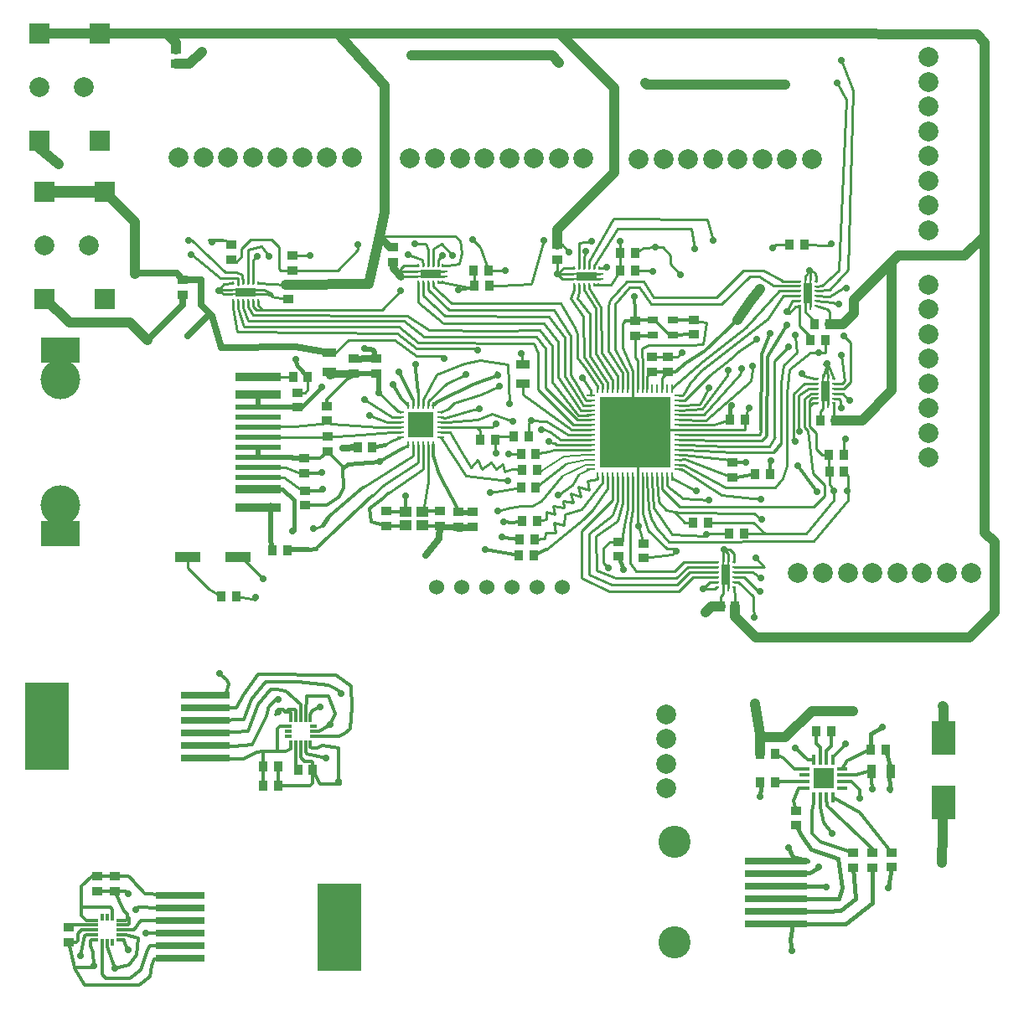
<source format=gtl>
G04 (created by PCBNEW (2013-08-24 BZR 4298)-stable) date Sat 23 Aug 2014 12:00:54 PM PDT*
%MOIN*%
G04 Gerber Fmt 3.4, Leading zero omitted, Abs format*
%FSLAX34Y34*%
G01*
G70*
G90*
G04 APERTURE LIST*
%ADD10C,0.005906*%
%ADD11R,0.181102X0.031890*%
%ADD12R,0.181102X0.024016*%
%ADD13C,0.157480*%
%ADD14R,0.153543X0.098425*%
%ADD15C,0.078700*%
%ADD16R,0.078700X0.078700*%
%ADD17R,0.009843X0.033465*%
%ADD18R,0.033465X0.009843*%
%ADD19R,0.281496X0.281496*%
%ADD20R,0.035400X0.039400*%
%ADD21R,0.039400X0.035400*%
%ADD22R,0.098400X0.098400*%
%ADD23O,0.009800X0.031500*%
%ADD24O,0.031500X0.009800*%
%ADD25C,0.023622*%
%ADD26R,0.039370X0.031496*%
%ADD27R,0.055000X0.035000*%
%ADD28C,0.078740*%
%ADD29R,0.100000X0.039000*%
%ADD30C,0.060000*%
%ADD31R,0.009843X0.011811*%
%ADD32R,0.009800X0.011811*%
%ADD33R,0.009800X0.011826*%
%ADD34C,0.011811*%
%ADD35R,0.078740X0.035433*%
%ADD36R,0.027600X0.009800*%
%ADD37R,0.011811X0.009843*%
%ADD38R,0.011811X0.009800*%
%ADD39R,0.011826X0.009800*%
%ADD40R,0.035433X0.078740*%
%ADD41R,0.009800X0.027600*%
%ADD42R,0.047244X0.043307*%
%ADD43R,0.196850X0.029921*%
%ADD44R,0.177165X0.346457*%
%ADD45R,0.011811X0.031496*%
%ADD46R,0.031496X0.011811*%
%ADD47R,0.094500X0.137800*%
%ADD48R,0.035000X0.055000*%
%ADD49R,0.250000X0.029921*%
%ADD50C,0.127953*%
%ADD51R,0.082677X0.082677*%
%ADD52R,0.013780X0.039370*%
%ADD53R,0.039370X0.013780*%
%ADD54C,0.019685*%
%ADD55C,0.027559*%
%ADD56C,0.009843*%
%ADD57C,0.015748*%
%ADD58C,0.039370*%
%ADD59C,0.013780*%
%ADD60C,0.011811*%
%ADD61C,0.027559*%
%ADD62C,0.047244*%
%ADD63C,0.031496*%
%ADD64C,0.019685*%
%ADD65C,0.007874*%
%ADD66C,0.023622*%
G04 APERTURE END LIST*
G54D10*
G54D11*
X43523Y-33291D03*
X43523Y-34015D03*
G54D12*
X43523Y-34488D03*
X43523Y-34889D03*
X43523Y-35692D03*
X43523Y-37291D03*
X43523Y-36488D03*
G54D11*
X43523Y-38488D03*
X43523Y-37763D03*
G54D12*
X43523Y-36090D03*
X43523Y-36889D03*
G54D13*
X35681Y-38389D03*
X35681Y-33389D03*
G54D12*
X43523Y-35291D03*
G54D14*
X35681Y-32228D03*
X35681Y-39551D03*
G54D15*
X36811Y-28070D03*
G54D16*
X35039Y-25940D03*
X37441Y-25940D03*
X35039Y-30202D03*
X37441Y-30202D03*
G54D15*
X35039Y-28070D03*
X36614Y-21771D03*
G54D16*
X34842Y-19641D03*
X37244Y-19641D03*
X34842Y-23903D03*
X37244Y-23903D03*
G54D15*
X34842Y-21771D03*
G54D17*
X59807Y-37259D03*
X60003Y-37259D03*
X58625Y-37259D03*
X58822Y-37259D03*
X59216Y-37259D03*
X59019Y-37259D03*
X59610Y-37259D03*
X59413Y-37259D03*
X57838Y-37259D03*
X58035Y-37259D03*
X58429Y-37259D03*
X58232Y-37259D03*
X57444Y-37259D03*
X57641Y-37259D03*
X57248Y-37259D03*
X57051Y-37259D03*
G54D18*
X56775Y-36984D03*
X56775Y-36787D03*
X56775Y-36393D03*
X56775Y-36590D03*
X56775Y-35803D03*
X56775Y-35606D03*
X56775Y-36000D03*
X56775Y-36196D03*
X56775Y-34622D03*
X56775Y-34425D03*
X56775Y-35015D03*
X56775Y-34818D03*
X56775Y-35212D03*
X56775Y-35409D03*
X56775Y-34031D03*
X56775Y-34228D03*
G54D17*
X57051Y-33755D03*
X57248Y-33755D03*
X57641Y-33755D03*
X57444Y-33755D03*
X58232Y-33755D03*
X58429Y-33755D03*
X58035Y-33755D03*
X57838Y-33755D03*
X59413Y-33755D03*
X59610Y-33755D03*
X59019Y-33755D03*
X59216Y-33755D03*
X58822Y-33755D03*
X58625Y-33755D03*
X60003Y-33755D03*
X59807Y-33755D03*
G54D18*
X60279Y-34228D03*
X60279Y-34031D03*
X60279Y-35409D03*
X60279Y-35212D03*
X60279Y-34818D03*
X60279Y-35007D03*
X60279Y-34425D03*
X60279Y-34622D03*
X60279Y-36196D03*
X60279Y-36000D03*
X60279Y-35606D03*
X60279Y-35803D03*
X60279Y-36590D03*
X60279Y-36393D03*
X60279Y-36787D03*
X60279Y-36984D03*
G54D19*
X58527Y-35507D03*
G54D20*
X52973Y-35787D03*
X52381Y-35787D03*
G54D21*
X47322Y-32578D03*
X47322Y-33170D03*
X51496Y-39272D03*
X51496Y-38680D03*
G54D22*
X50003Y-35208D03*
G54D23*
X49511Y-35995D03*
X49708Y-35995D03*
X49905Y-35995D03*
X50101Y-35995D03*
X50298Y-35995D03*
X50495Y-35995D03*
G54D24*
X50790Y-35700D03*
X50790Y-35503D03*
X50790Y-35306D03*
X50790Y-35110D03*
X50790Y-34913D03*
X50790Y-34716D03*
G54D23*
X50495Y-34421D03*
X50298Y-34421D03*
X50101Y-34421D03*
X49905Y-34421D03*
X49708Y-34421D03*
X49511Y-34421D03*
G54D24*
X49216Y-34716D03*
X49216Y-34913D03*
X49216Y-35110D03*
X49216Y-35306D03*
X49216Y-35503D03*
X49216Y-35700D03*
G54D25*
X50003Y-35208D03*
X49703Y-34908D03*
X49703Y-35508D03*
X50303Y-34908D03*
X50303Y-35508D03*
G54D20*
X47491Y-36114D03*
X48083Y-36114D03*
G54D21*
X52086Y-39272D03*
X52086Y-38680D03*
X50787Y-39233D03*
X50787Y-38641D03*
X48622Y-39233D03*
X48622Y-38641D03*
X48228Y-32578D03*
X48228Y-33170D03*
X62401Y-36711D03*
X62401Y-37303D03*
G54D20*
X53719Y-35669D03*
X54311Y-35669D03*
X62894Y-35000D03*
X62302Y-35000D03*
G54D21*
X59842Y-32499D03*
X59842Y-33091D03*
X58533Y-31081D03*
X58533Y-31673D03*
X60866Y-31614D03*
X60866Y-31022D03*
X59212Y-32499D03*
X59212Y-33091D03*
G54D20*
X54626Y-39035D03*
X54034Y-39035D03*
X54528Y-39763D03*
X53936Y-39763D03*
X54508Y-40393D03*
X53916Y-40393D03*
X54587Y-36377D03*
X53995Y-36377D03*
X54626Y-37007D03*
X54034Y-37007D03*
X54587Y-37716D03*
X53995Y-37716D03*
G54D21*
X46283Y-35051D03*
X46283Y-34459D03*
X46291Y-35664D03*
X46291Y-36256D03*
X45385Y-37134D03*
X45385Y-36542D03*
X45405Y-37822D03*
X45405Y-38414D03*
G54D20*
X44693Y-40208D03*
X44101Y-40208D03*
G54D21*
X57874Y-39861D03*
X57874Y-40453D03*
G54D20*
X45516Y-33295D03*
X44924Y-33295D03*
G54D21*
X45106Y-34512D03*
X45106Y-33920D03*
X58877Y-39920D03*
X58877Y-40512D03*
X40551Y-30020D03*
X40551Y-29428D03*
G54D26*
X59251Y-31633D03*
X60039Y-31633D03*
X59251Y-31043D03*
X60039Y-31043D03*
G54D20*
X42677Y-42047D03*
X42085Y-42047D03*
G54D27*
X54055Y-33563D03*
X54055Y-32813D03*
G54D20*
X63306Y-37185D03*
X63898Y-37185D03*
G54D28*
X44311Y-24566D03*
X45295Y-24566D03*
X41358Y-24566D03*
X40374Y-24566D03*
X42342Y-24566D03*
X43326Y-24566D03*
X47263Y-24566D03*
X46279Y-24566D03*
X67972Y-41102D03*
X66988Y-41102D03*
X70925Y-41102D03*
X71909Y-41102D03*
X69940Y-41102D03*
X68956Y-41102D03*
X65019Y-41102D03*
X66003Y-41102D03*
X70196Y-33562D03*
X70196Y-34547D03*
X70196Y-30610D03*
X70196Y-29625D03*
X70196Y-31594D03*
X70196Y-32578D03*
X70196Y-36515D03*
X70196Y-35531D03*
X70196Y-24507D03*
X70196Y-25492D03*
X70196Y-21555D03*
X70196Y-20570D03*
X70196Y-22539D03*
X70196Y-23523D03*
X70196Y-27460D03*
X70196Y-26476D03*
X53523Y-24606D03*
X54507Y-24606D03*
X50570Y-24606D03*
X49586Y-24606D03*
X51555Y-24606D03*
X52539Y-24606D03*
X56476Y-24606D03*
X55492Y-24606D03*
X62618Y-24645D03*
X63602Y-24645D03*
X59665Y-24645D03*
X58681Y-24645D03*
X60649Y-24645D03*
X61633Y-24645D03*
X65570Y-24645D03*
X64586Y-24645D03*
G54D20*
X52697Y-29055D03*
X52105Y-29055D03*
X60833Y-39090D03*
X61425Y-39090D03*
X62274Y-39531D03*
X62866Y-39531D03*
X66851Y-37086D03*
X66259Y-37086D03*
X66831Y-36397D03*
X66239Y-36397D03*
X66103Y-31850D03*
X65511Y-31850D03*
X65256Y-28051D03*
X64664Y-28051D03*
X58544Y-29074D03*
X57952Y-29074D03*
X58544Y-28385D03*
X57952Y-28385D03*
X52736Y-29685D03*
X52144Y-29685D03*
X61924Y-42440D03*
X62516Y-42440D03*
X65904Y-35029D03*
X66496Y-35029D03*
X65668Y-31200D03*
X66260Y-31200D03*
G54D21*
X55433Y-28642D03*
X55433Y-28050D03*
X44921Y-28483D03*
X44921Y-29075D03*
X42480Y-28050D03*
X42480Y-28642D03*
X48897Y-28721D03*
X48897Y-28129D03*
X44744Y-30217D03*
X44744Y-29625D03*
X40275Y-20847D03*
X40275Y-20255D03*
G54D29*
X40732Y-40472D03*
X42732Y-40472D03*
G54D27*
X46377Y-32341D03*
X46377Y-33091D03*
G54D30*
X54641Y-41657D03*
X55641Y-41659D03*
X50649Y-41657D03*
X51649Y-41659D03*
X53645Y-41659D03*
X52645Y-41657D03*
G54D31*
X42539Y-30255D03*
G54D32*
X43326Y-30255D03*
X42736Y-30255D03*
X43130Y-30255D03*
X42932Y-30255D03*
X43523Y-30255D03*
X43525Y-29586D03*
X42935Y-29586D03*
X43131Y-29586D03*
X42738Y-29586D03*
X43328Y-29586D03*
G54D33*
X42541Y-29586D03*
G54D34*
X43031Y-29921D03*
X42755Y-29921D03*
X43307Y-29921D03*
G54D35*
X43031Y-29921D03*
G54D36*
X43562Y-30019D03*
X43562Y-29823D03*
X42500Y-30019D03*
X42500Y-29823D03*
G54D31*
X56102Y-29625D03*
G54D32*
X56889Y-29625D03*
X56299Y-29625D03*
X56693Y-29625D03*
X56495Y-29625D03*
X57086Y-29625D03*
X57088Y-28956D03*
X56498Y-28956D03*
X56694Y-28956D03*
X56301Y-28956D03*
X56891Y-28956D03*
G54D33*
X56104Y-28956D03*
G54D34*
X56594Y-29291D03*
X56318Y-29291D03*
X56870Y-29291D03*
G54D35*
X56594Y-29291D03*
G54D36*
X57125Y-29389D03*
X57125Y-29193D03*
X56063Y-29389D03*
X56063Y-29193D03*
G54D37*
X65767Y-33366D03*
G54D38*
X65767Y-34153D03*
X65767Y-33563D03*
X65767Y-33957D03*
X65767Y-33759D03*
X65767Y-34350D03*
X66437Y-34352D03*
X66437Y-33762D03*
X66437Y-33958D03*
X66437Y-33565D03*
X66437Y-34155D03*
G54D39*
X66437Y-33368D03*
G54D34*
X66102Y-33858D03*
X66102Y-33582D03*
X66102Y-34133D03*
G54D40*
X66102Y-33858D03*
G54D41*
X66004Y-34389D03*
X66200Y-34389D03*
X66004Y-33327D03*
X66200Y-33327D03*
G54D37*
X65078Y-29488D03*
G54D38*
X65078Y-30275D03*
X65078Y-29685D03*
X65078Y-30079D03*
X65078Y-29881D03*
X65078Y-30472D03*
X65748Y-30474D03*
X65748Y-29884D03*
X65748Y-30080D03*
X65748Y-29687D03*
X65748Y-30277D03*
G54D39*
X65748Y-29490D03*
G54D34*
X65413Y-29980D03*
X65413Y-29704D03*
X65413Y-30255D03*
G54D40*
X65413Y-29980D03*
G54D41*
X65315Y-30511D03*
X65511Y-30511D03*
X65315Y-29449D03*
X65511Y-29449D03*
G54D37*
X61795Y-40677D03*
G54D38*
X61795Y-41464D03*
X61795Y-40874D03*
X61795Y-41268D03*
X61795Y-41070D03*
X61795Y-41661D03*
X62464Y-41663D03*
X62464Y-41073D03*
X62464Y-41269D03*
X62464Y-40876D03*
X62464Y-41466D03*
G54D39*
X62464Y-40679D03*
G54D34*
X62129Y-41169D03*
X62129Y-40893D03*
X62129Y-41444D03*
G54D40*
X62129Y-41169D03*
G54D41*
X62031Y-41700D03*
X62227Y-41700D03*
X62031Y-40638D03*
X62227Y-40638D03*
G54D31*
X49901Y-29547D03*
G54D32*
X50688Y-29547D03*
X50098Y-29547D03*
X50492Y-29547D03*
X50294Y-29547D03*
X50885Y-29547D03*
X50887Y-28877D03*
X50297Y-28877D03*
X50493Y-28877D03*
X50100Y-28877D03*
X50690Y-28877D03*
G54D33*
X49903Y-28877D03*
G54D34*
X50393Y-29212D03*
X50118Y-29212D03*
X50669Y-29212D03*
G54D35*
X50393Y-29212D03*
G54D36*
X50924Y-29310D03*
X50924Y-29114D03*
X49862Y-29310D03*
X49862Y-29114D03*
G54D42*
X50059Y-38661D03*
X49389Y-38661D03*
X50059Y-39212D03*
X49389Y-39212D03*
G54D20*
X44341Y-49576D03*
X43749Y-49576D03*
X44341Y-48789D03*
X43749Y-48789D03*
X45719Y-48946D03*
X45127Y-48946D03*
G54D43*
X41446Y-48464D03*
X41446Y-47464D03*
X41446Y-46464D03*
X41446Y-46964D03*
X41446Y-45964D03*
X41446Y-47964D03*
G54D44*
X35127Y-47214D03*
G54D45*
X45029Y-47903D03*
X44832Y-47903D03*
X44832Y-46899D03*
X45224Y-47903D03*
X45423Y-47903D03*
X45620Y-47903D03*
G54D46*
X45728Y-47598D03*
X45728Y-47415D03*
X45728Y-47204D03*
G54D45*
X45620Y-46899D03*
X45423Y-46899D03*
X45224Y-46899D03*
X45029Y-46899D03*
G54D46*
X44724Y-47204D03*
X44724Y-47407D03*
X44724Y-47598D03*
G54D47*
X70797Y-50236D03*
X70797Y-47676D03*
G54D48*
X67941Y-48996D03*
X68691Y-48996D03*
G54D49*
X64143Y-52559D03*
X64143Y-53559D03*
X64143Y-54559D03*
X64143Y-54059D03*
X64143Y-55059D03*
G54D50*
X60118Y-55809D03*
X60118Y-51809D03*
G54D49*
X64143Y-53059D03*
G54D51*
X66023Y-49281D03*
G54D52*
X65639Y-50029D03*
X65895Y-50029D03*
X66151Y-50029D03*
X66407Y-50029D03*
G54D53*
X66771Y-49665D03*
X66771Y-49409D03*
X66771Y-49153D03*
X66771Y-48897D03*
G54D52*
X66407Y-48533D03*
X66151Y-48533D03*
X65895Y-48533D03*
X65639Y-48533D03*
G54D53*
X65275Y-48897D03*
X65275Y-49153D03*
X65275Y-49409D03*
X65275Y-49665D03*
G54D54*
X66023Y-49281D03*
X65797Y-49055D03*
X65797Y-49507D03*
X66250Y-49055D03*
X66250Y-49507D03*
G54D20*
X68494Y-48129D03*
X67902Y-48129D03*
X64095Y-48287D03*
X63503Y-48287D03*
X64105Y-49429D03*
X63513Y-49429D03*
G54D21*
X67982Y-52243D03*
X67982Y-52835D03*
G54D20*
X66339Y-47401D03*
X65747Y-47401D03*
G54D21*
X68730Y-52223D03*
X68730Y-52815D03*
X67214Y-52835D03*
X67214Y-52243D03*
X64940Y-50560D03*
X64940Y-51152D03*
G54D28*
X59773Y-47716D03*
X59773Y-46732D03*
X59773Y-49685D03*
X59773Y-48700D03*
G54D46*
X37047Y-55118D03*
X37047Y-54921D03*
X38051Y-54921D03*
X37047Y-55312D03*
X37047Y-55511D03*
X37047Y-55708D03*
G54D45*
X37352Y-55816D03*
X37535Y-55816D03*
X37746Y-55816D03*
G54D46*
X38051Y-55708D03*
X38051Y-55511D03*
X38051Y-55312D03*
X38051Y-55118D03*
G54D45*
X37746Y-54812D03*
X37543Y-54812D03*
X37352Y-54812D03*
G54D43*
X40452Y-53946D03*
X40452Y-54946D03*
X40452Y-55946D03*
X40452Y-55446D03*
X40452Y-56446D03*
X40452Y-54446D03*
G54D44*
X46771Y-55196D03*
G54D21*
X36003Y-55807D03*
X36003Y-55215D03*
X37854Y-53760D03*
X37854Y-53168D03*
X37145Y-53760D03*
X37145Y-53168D03*
G54D55*
X47519Y-28031D03*
X49212Y-29881D03*
X58070Y-40984D03*
X50944Y-32559D03*
X61244Y-41728D03*
X60165Y-40220D03*
X65763Y-37854D03*
X66444Y-37850D03*
X64015Y-28169D03*
X64586Y-30688D03*
X63503Y-29744D03*
X64507Y-21673D03*
X58937Y-21614D03*
X57952Y-27893D03*
X49645Y-20511D03*
X55511Y-20787D03*
X51496Y-29842D03*
X63937Y-36653D03*
X54409Y-35039D03*
X65000Y-36840D03*
X40728Y-31673D03*
X53011Y-35177D03*
X62362Y-34448D03*
X62637Y-31062D03*
X48334Y-33925D03*
X48385Y-36673D03*
X65842Y-52801D03*
X67962Y-49704D03*
X53070Y-33228D03*
X61476Y-33740D03*
X56427Y-33326D03*
X53149Y-33661D03*
X53070Y-38622D03*
X51811Y-33188D03*
X53661Y-35078D03*
X55472Y-37992D03*
X49409Y-38031D03*
X43425Y-42086D03*
X52992Y-36338D03*
X61338Y-42677D03*
X62062Y-40181D03*
X66160Y-32776D03*
X65472Y-29074D03*
X55452Y-29192D03*
X41299Y-20354D03*
X49212Y-29291D03*
X58503Y-30118D03*
X41968Y-29881D03*
X35590Y-24842D03*
X54015Y-32362D03*
X62933Y-36692D03*
X60393Y-32322D03*
X63070Y-34527D03*
X58681Y-39232D03*
X50196Y-40413D03*
X47755Y-32165D03*
X46889Y-36141D03*
X39133Y-31850D03*
X46082Y-33700D03*
X44901Y-39448D03*
X41998Y-45088D03*
X44329Y-46634D03*
X46722Y-49419D03*
X46407Y-47135D03*
X70757Y-46397D03*
X64921Y-48080D03*
X64645Y-52037D03*
X66374Y-51462D03*
X68671Y-49704D03*
X38366Y-53858D03*
X36988Y-56732D03*
X37834Y-56830D03*
X46013Y-46427D03*
X44340Y-46131D03*
X38681Y-54488D03*
X38366Y-56102D03*
X40787Y-27874D03*
X40866Y-28425D03*
X43503Y-28503D03*
X43976Y-28503D03*
X63267Y-42874D03*
X63503Y-41850D03*
X63543Y-41299D03*
X63346Y-40511D03*
X49763Y-28011D03*
X49488Y-28425D03*
X50866Y-28464D03*
X51259Y-28464D03*
X56574Y-28287D03*
X56791Y-27913D03*
X60905Y-28208D03*
X61653Y-27854D03*
X66732Y-20708D03*
X66574Y-21594D03*
X66653Y-30393D03*
X66929Y-29763D03*
X66838Y-31681D03*
X66724Y-32433D03*
X66724Y-34539D03*
X67066Y-34236D03*
X67470Y-50078D03*
X66899Y-47913D03*
X68592Y-53641D03*
X66145Y-53600D03*
X52755Y-37913D03*
X52322Y-34566D03*
X52559Y-40157D03*
X48897Y-33602D03*
X53228Y-39685D03*
X49133Y-33110D03*
X53307Y-39055D03*
X49803Y-32795D03*
X45728Y-39350D03*
X45039Y-32598D03*
X53464Y-37440D03*
X53503Y-36377D03*
X61456Y-38208D03*
X65070Y-35484D03*
X60984Y-37834D03*
X64905Y-35885D03*
X64566Y-31220D03*
X60354Y-29232D03*
X59330Y-28149D03*
X63917Y-31558D03*
X54921Y-27874D03*
X63188Y-32854D03*
X53385Y-29055D03*
X52086Y-27834D03*
X62755Y-32972D03*
X45590Y-28464D03*
X62244Y-33031D03*
X41692Y-27952D03*
X63582Y-38976D03*
X61381Y-39570D03*
X66978Y-37824D03*
X63543Y-38183D03*
X66909Y-35757D03*
X65846Y-32342D03*
X64901Y-31653D03*
X66338Y-28011D03*
X64645Y-32106D03*
X59251Y-29094D03*
X52283Y-32244D03*
X55118Y-35866D03*
X63385Y-31811D03*
X65177Y-33169D03*
X46250Y-48474D03*
X46840Y-45915D03*
X39074Y-55433D03*
X36476Y-56338D03*
X47783Y-34196D03*
X46074Y-37110D03*
X47984Y-34826D03*
X46114Y-37771D03*
X64779Y-56151D03*
X63503Y-49990D03*
X55905Y-28326D03*
X57401Y-28937D03*
X63297Y-46299D03*
X70748Y-52627D03*
X67194Y-46594D03*
X68375Y-47244D03*
X53543Y-34370D03*
X54803Y-35393D03*
X43740Y-41338D03*
X57480Y-40905D03*
G54D56*
X58822Y-38484D02*
X58822Y-38753D01*
X58822Y-37259D02*
X58822Y-38484D01*
X58822Y-38753D02*
X59039Y-39385D01*
X60098Y-40153D02*
X60165Y-40220D01*
X60098Y-40153D02*
X59803Y-40153D01*
X59803Y-40153D02*
X59039Y-39389D01*
X43523Y-30452D02*
X43543Y-30452D01*
X43523Y-30255D02*
X43523Y-30452D01*
X43543Y-30452D02*
X43720Y-30629D01*
X47519Y-28031D02*
X47519Y-28228D01*
X46692Y-29055D02*
X44921Y-29075D01*
X47519Y-28228D02*
X46692Y-29055D01*
X48464Y-30629D02*
X49212Y-29881D01*
X43464Y-30629D02*
X43720Y-30629D01*
X43720Y-30629D02*
X48464Y-30629D01*
X43326Y-30491D02*
X43464Y-30629D01*
X43326Y-30491D02*
X43326Y-30255D01*
X65078Y-30275D02*
X64783Y-30275D01*
X64763Y-30295D02*
X64586Y-30688D01*
X64783Y-30275D02*
X64763Y-30295D01*
X64901Y-30492D02*
X65058Y-30492D01*
X64586Y-30688D02*
X64665Y-30767D01*
X64901Y-30492D02*
X64665Y-30767D01*
X65058Y-30492D02*
X65078Y-30472D01*
X65511Y-31850D02*
X65511Y-31711D01*
X65511Y-31711D02*
X65078Y-31279D01*
X65078Y-31279D02*
X65078Y-30472D01*
G54D57*
X57874Y-40433D02*
X58070Y-40984D01*
G54D56*
X50748Y-32480D02*
X50866Y-32480D01*
X46595Y-32341D02*
X47125Y-31850D01*
X47125Y-31850D02*
X48976Y-31850D01*
X48976Y-31850D02*
X49842Y-32480D01*
X49842Y-32480D02*
X50748Y-32480D01*
X46595Y-32341D02*
X46377Y-32341D01*
X50866Y-32480D02*
X50944Y-32559D01*
X52381Y-35787D02*
X52381Y-35452D01*
X52381Y-35452D02*
X52235Y-35306D01*
X54311Y-35669D02*
X54311Y-35137D01*
X54311Y-35137D02*
X54409Y-35039D01*
X61795Y-41661D02*
X61783Y-41661D01*
X61716Y-41728D02*
X61244Y-41728D01*
X61783Y-41661D02*
X61716Y-41728D01*
X61795Y-41464D02*
X61508Y-41464D01*
X61508Y-41464D02*
X61244Y-41728D01*
X58877Y-40512D02*
X60011Y-40374D01*
X60011Y-40374D02*
X60165Y-40220D01*
X61425Y-39090D02*
X63251Y-39090D01*
X63251Y-39090D02*
X63692Y-39531D01*
X66444Y-37850D02*
X66444Y-38216D01*
X65324Y-39531D02*
X63692Y-39531D01*
X63692Y-39531D02*
X62866Y-39531D01*
X66444Y-38216D02*
X65324Y-39531D01*
X65767Y-34350D02*
X65598Y-34350D01*
X65598Y-34350D02*
X65480Y-34468D01*
X65767Y-34153D02*
X65579Y-34153D01*
X65980Y-36397D02*
X66239Y-36397D01*
X65751Y-36169D02*
X65980Y-36397D01*
X65751Y-35527D02*
X65751Y-36169D01*
X65480Y-35255D02*
X65751Y-35527D01*
X65480Y-34251D02*
X65480Y-34468D01*
X65480Y-34468D02*
X65480Y-35255D01*
X65579Y-34153D02*
X65480Y-34251D01*
X66259Y-37086D02*
X66259Y-37578D01*
X66444Y-37850D02*
X66259Y-37578D01*
X66239Y-36397D02*
X66239Y-37066D01*
X66239Y-37066D02*
X66259Y-37086D01*
X66259Y-37086D02*
X66259Y-37166D01*
X64664Y-28051D02*
X64133Y-28051D01*
X64133Y-28051D02*
X64015Y-28169D01*
G54D57*
X63515Y-29800D02*
X63503Y-29744D01*
G54D58*
X58937Y-21614D02*
X58996Y-21673D01*
X58996Y-21673D02*
X64507Y-21673D01*
G54D56*
X57952Y-27894D02*
X57952Y-27893D01*
X57952Y-27894D02*
X57952Y-28385D01*
G54D58*
X55236Y-20511D02*
X49645Y-20511D01*
X55511Y-20787D02*
X55236Y-20511D01*
G54D56*
X60728Y-35216D02*
X60283Y-35216D01*
X60283Y-35216D02*
X60279Y-35212D01*
X57952Y-29074D02*
X57952Y-28385D01*
X57086Y-29625D02*
X57558Y-29625D01*
X57558Y-29625D02*
X57952Y-29074D01*
X56889Y-29625D02*
X57086Y-29625D01*
X52144Y-29685D02*
X52144Y-29744D01*
X52144Y-29744D02*
X51496Y-29842D01*
X52144Y-29685D02*
X52144Y-29094D01*
X52144Y-29094D02*
X52105Y-29055D01*
X50885Y-29547D02*
X52046Y-29783D01*
X52046Y-29783D02*
X52144Y-29685D01*
X50688Y-29547D02*
X50885Y-29547D01*
X42480Y-28642D02*
X42656Y-28721D01*
X42656Y-28721D02*
X42874Y-28503D01*
X42874Y-28503D02*
X42874Y-28188D01*
X42874Y-28188D02*
X43228Y-27834D01*
X43228Y-27834D02*
X44055Y-27834D01*
X44055Y-27834D02*
X44370Y-28149D01*
X44370Y-28149D02*
X44370Y-29015D01*
X44370Y-29015D02*
X44429Y-29075D01*
X44429Y-29075D02*
X44921Y-29075D01*
G54D59*
X63898Y-37185D02*
X63898Y-36692D01*
X63898Y-36692D02*
X63937Y-36653D01*
G54D56*
X55866Y-35610D02*
X55000Y-35078D01*
X55000Y-35078D02*
X54409Y-35039D01*
X56775Y-35606D02*
X56535Y-35607D01*
X56535Y-35607D02*
X55866Y-35610D01*
G54D59*
X59842Y-33091D02*
X59212Y-33091D01*
X59842Y-33091D02*
X60137Y-33091D01*
G54D58*
X62598Y-31023D02*
X63129Y-30275D01*
G54D59*
X61299Y-32283D02*
X62598Y-31023D01*
X60580Y-32726D02*
X61299Y-32283D01*
X60137Y-33091D02*
X60580Y-32726D01*
G54D56*
X59610Y-33755D02*
X59610Y-33323D01*
X59610Y-33323D02*
X59842Y-33091D01*
X59019Y-33755D02*
X59019Y-33284D01*
X59019Y-33284D02*
X59212Y-33091D01*
G54D60*
X65000Y-36840D02*
X65763Y-37854D01*
X65763Y-37854D02*
X65768Y-37859D01*
G54D61*
X41692Y-30866D02*
X41535Y-30866D01*
X41535Y-30866D02*
X40728Y-31673D01*
X46220Y-32302D02*
X46180Y-32302D01*
X41259Y-30433D02*
X41259Y-29428D01*
X42066Y-32122D02*
X41692Y-30866D01*
X41692Y-30866D02*
X41259Y-30433D01*
X45039Y-32103D02*
X42066Y-32122D01*
X46180Y-32302D02*
X45039Y-32103D01*
X40551Y-29428D02*
X41259Y-29428D01*
X38622Y-29173D02*
X40296Y-29173D01*
X40296Y-29173D02*
X40551Y-29428D01*
G54D56*
X50790Y-35306D02*
X52235Y-35306D01*
X52235Y-35306D02*
X52823Y-35306D01*
X52823Y-35306D02*
X53011Y-35177D01*
X57893Y-40413D02*
X57874Y-40453D01*
G54D57*
X63517Y-29742D02*
X63515Y-29800D01*
G54D58*
X63515Y-29800D02*
X63129Y-30275D01*
G54D57*
X63129Y-30275D02*
X62637Y-31062D01*
G54D56*
X60712Y-35216D02*
X60728Y-35216D01*
X60728Y-35216D02*
X61673Y-35216D01*
X61673Y-35216D02*
X62302Y-35000D01*
G54D57*
X62302Y-35000D02*
X62320Y-34608D01*
X62320Y-34608D02*
X62303Y-34547D01*
X62303Y-34547D02*
X62362Y-34448D01*
X62362Y-34448D02*
X62363Y-34448D01*
G54D58*
X38622Y-27121D02*
X37441Y-25940D01*
X38622Y-29212D02*
X38622Y-29173D01*
X38622Y-29173D02*
X38622Y-27121D01*
G54D62*
X37441Y-25940D02*
X35039Y-25940D01*
G54D63*
X37621Y-26121D02*
X37441Y-25940D01*
X46377Y-33091D02*
X46377Y-33228D01*
X46377Y-33228D02*
X46595Y-33170D01*
X46595Y-33170D02*
X47322Y-33170D01*
G54D57*
X48385Y-36673D02*
X47093Y-36771D01*
X47093Y-36771D02*
X46916Y-36948D01*
G54D64*
X48334Y-33925D02*
X48334Y-33236D01*
X48334Y-33236D02*
X48228Y-33170D01*
G54D56*
X46916Y-36948D02*
X46916Y-36881D01*
G54D60*
X46916Y-36881D02*
X46291Y-36256D01*
X46255Y-38417D02*
X46771Y-38070D01*
X46943Y-37689D02*
X46916Y-36948D01*
X46771Y-38070D02*
X46943Y-37689D01*
X45405Y-38414D02*
X46255Y-38417D01*
G54D64*
X43523Y-36090D02*
X43523Y-36488D01*
G54D60*
X47460Y-33189D02*
X47086Y-33405D01*
X46283Y-34208D02*
X46283Y-34459D01*
X47086Y-33405D02*
X46283Y-34208D01*
G54D64*
X45385Y-36542D02*
X44936Y-36550D01*
X44874Y-36488D02*
X43523Y-36488D01*
X44936Y-36550D02*
X44874Y-36488D01*
G54D60*
X45385Y-36542D02*
X45997Y-36550D01*
X45997Y-36550D02*
X46291Y-36256D01*
G54D61*
X47334Y-33181D02*
X47460Y-33189D01*
G54D64*
X47460Y-33189D02*
X47488Y-33162D01*
X47488Y-33162D02*
X48228Y-33170D01*
G54D56*
X49216Y-34716D02*
X49085Y-34620D01*
X49085Y-34620D02*
X48985Y-34547D01*
G54D57*
X48361Y-36658D02*
X48361Y-36655D01*
G54D60*
X49299Y-36121D02*
X48361Y-36655D01*
G54D56*
X49511Y-35995D02*
X49299Y-36121D01*
G54D57*
X48385Y-36673D02*
X48361Y-36658D01*
G54D56*
X48985Y-34547D02*
X48334Y-33925D01*
G54D57*
X64143Y-53059D02*
X65484Y-53043D01*
X65484Y-53043D02*
X65785Y-52858D01*
X65785Y-52858D02*
X65842Y-52801D01*
G54D59*
X67962Y-49704D02*
X67903Y-48966D01*
X66771Y-49153D02*
X67322Y-49149D01*
X67322Y-49149D02*
X67903Y-48966D01*
G54D57*
X67962Y-49704D02*
X67962Y-49704D01*
G54D65*
X56775Y-36590D02*
X56555Y-36594D01*
G54D56*
X55787Y-36771D02*
X54587Y-37716D01*
G54D65*
X56555Y-36594D02*
X55787Y-36771D01*
G54D56*
X61102Y-34389D02*
X61102Y-34389D01*
G54D60*
X53047Y-33150D02*
X53047Y-33150D01*
X53070Y-33228D02*
X53047Y-33150D01*
X50495Y-34421D02*
X50704Y-34260D01*
X50704Y-34260D02*
X52185Y-33582D01*
X52185Y-33582D02*
X53094Y-33232D01*
G54D56*
X61102Y-34389D02*
X60279Y-34425D01*
X61102Y-34389D02*
X61476Y-33740D01*
X56775Y-34031D02*
X56775Y-33838D01*
X51110Y-34560D02*
X51333Y-34321D01*
X51333Y-34321D02*
X52391Y-34005D01*
X52391Y-34005D02*
X53149Y-33661D01*
X51110Y-34560D02*
X50790Y-34716D01*
X56775Y-33838D02*
X56427Y-33326D01*
G54D65*
X56775Y-36787D02*
X56574Y-36791D01*
X56574Y-36791D02*
X55590Y-37283D01*
G54D56*
X55590Y-37283D02*
X54803Y-38228D01*
X54803Y-38228D02*
X54448Y-38425D01*
X54448Y-38425D02*
X54015Y-38425D01*
X54015Y-38425D02*
X53582Y-38503D01*
X53582Y-38503D02*
X53070Y-38622D01*
X51811Y-33188D02*
X51043Y-33582D01*
X50295Y-34271D02*
X50298Y-34421D01*
X50295Y-34271D02*
X51043Y-33582D01*
G54D65*
X56555Y-36397D02*
X56775Y-36393D01*
X56555Y-36397D02*
X55708Y-36456D01*
X55708Y-36456D02*
X54763Y-37070D01*
G54D56*
X54626Y-37007D02*
X54763Y-37070D01*
X56775Y-36196D02*
X55314Y-36200D01*
X55307Y-36208D02*
X55118Y-36259D01*
X54708Y-36330D02*
X54587Y-36377D01*
X55118Y-36259D02*
X54708Y-36330D01*
X55314Y-36200D02*
X55307Y-36208D01*
G54D65*
X56775Y-36984D02*
X56271Y-37204D01*
G54D56*
X56271Y-37204D02*
X56023Y-37598D01*
X55472Y-37992D02*
X56030Y-37603D01*
X56023Y-37598D02*
X56030Y-37603D01*
X50790Y-35110D02*
X51023Y-35118D01*
X51023Y-35118D02*
X52283Y-35019D01*
X52283Y-35019D02*
X52834Y-34763D01*
X52834Y-34763D02*
X53661Y-35078D01*
X53661Y-35078D02*
X53669Y-35072D01*
X54940Y-39724D02*
X54980Y-39488D01*
X57251Y-37251D02*
X57248Y-37255D01*
X57248Y-37511D02*
X56417Y-38582D01*
X54940Y-39724D02*
X54528Y-39763D01*
X55748Y-38759D02*
X55708Y-39212D01*
X56417Y-38582D02*
X55748Y-38759D01*
X57248Y-37511D02*
X57248Y-37255D01*
X55314Y-39114D02*
X55708Y-39212D01*
X55374Y-39507D02*
X55314Y-39114D01*
X54980Y-39488D02*
X55374Y-39507D01*
X57444Y-37736D02*
X57444Y-37263D01*
X57444Y-37720D02*
X57444Y-37736D01*
X57444Y-37736D02*
X56830Y-38598D01*
X56830Y-38598D02*
X56456Y-38976D01*
X56456Y-38976D02*
X55000Y-40177D01*
G54D60*
X55000Y-40177D02*
X54508Y-40393D01*
G54D56*
X57051Y-37259D02*
X57047Y-37381D01*
X57047Y-37381D02*
X56633Y-37440D01*
X56633Y-37440D02*
X56692Y-37795D01*
X56692Y-37795D02*
X56259Y-37677D01*
X56259Y-37677D02*
X56377Y-38070D01*
X56377Y-38070D02*
X55984Y-37952D01*
X55984Y-37952D02*
X56062Y-38307D01*
X56062Y-38307D02*
X55669Y-38228D01*
X55669Y-38228D02*
X55708Y-38503D01*
X55708Y-38503D02*
X55275Y-38425D01*
X55275Y-38425D02*
X55354Y-38779D01*
X55354Y-38779D02*
X55000Y-38661D01*
X55000Y-38661D02*
X55000Y-38976D01*
X55000Y-38976D02*
X54626Y-39035D01*
X58631Y-39045D02*
X58631Y-39183D01*
X58631Y-39183D02*
X58681Y-39232D01*
X58622Y-37401D02*
X58631Y-39045D01*
G54D59*
X50787Y-39233D02*
X50079Y-39233D01*
X50079Y-39233D02*
X50059Y-39212D01*
X49389Y-38661D02*
X49389Y-38051D01*
G54D56*
X49389Y-38051D02*
X49409Y-38031D01*
G54D59*
X49389Y-38661D02*
X48642Y-38661D01*
G54D56*
X48642Y-38661D02*
X48622Y-38641D01*
X42677Y-42047D02*
X43090Y-42106D01*
X43425Y-42165D02*
X43425Y-42086D01*
X43090Y-42106D02*
X43425Y-42165D01*
X52973Y-35787D02*
X52973Y-36319D01*
X52973Y-36319D02*
X52992Y-36338D01*
X53719Y-35669D02*
X53091Y-35669D01*
X53091Y-35669D02*
X52973Y-35787D01*
G54D66*
X51496Y-39272D02*
X50826Y-39272D01*
X50826Y-39272D02*
X50787Y-39233D01*
G54D58*
X61924Y-42440D02*
X61574Y-42440D01*
X61574Y-42440D02*
X61338Y-42677D01*
G54D56*
X62031Y-41700D02*
X62031Y-41932D01*
X61924Y-42040D02*
X61924Y-42440D01*
X62031Y-41932D02*
X61924Y-42040D01*
X62227Y-41700D02*
X62227Y-41542D01*
X62227Y-41542D02*
X62129Y-41444D01*
X62031Y-41700D02*
X62031Y-41542D01*
X62031Y-41542D02*
X62129Y-41444D01*
X62464Y-40679D02*
X62464Y-40350D01*
X62295Y-40181D02*
X62062Y-40181D01*
X62464Y-40350D02*
X62295Y-40181D01*
X62227Y-40638D02*
X62227Y-40346D01*
X62031Y-40212D02*
X62062Y-40181D01*
X62031Y-40212D02*
X62031Y-40638D01*
X62227Y-40346D02*
X62062Y-40181D01*
X66004Y-34389D02*
X66004Y-34576D01*
X65904Y-34675D02*
X65904Y-35029D01*
X66004Y-34576D02*
X65904Y-34675D01*
X66200Y-34389D02*
X66200Y-34231D01*
X66200Y-34231D02*
X66102Y-34133D01*
X66004Y-34389D02*
X66004Y-34231D01*
X66004Y-34231D02*
X66102Y-34133D01*
X66437Y-33368D02*
X66259Y-32972D01*
X66259Y-32972D02*
X66160Y-32776D01*
X66004Y-33327D02*
X66141Y-32893D01*
X66150Y-32786D02*
X66160Y-32776D01*
X66150Y-32786D02*
X66200Y-33327D01*
X66043Y-32765D02*
X66160Y-32776D01*
X66141Y-32893D02*
X66043Y-32765D01*
X65315Y-30511D02*
X65314Y-30728D01*
X65551Y-30925D02*
X65668Y-31200D01*
X65314Y-30728D02*
X65551Y-30925D01*
X65511Y-29449D02*
X65492Y-29212D01*
X65511Y-29094D02*
X65472Y-29074D01*
X65492Y-29212D02*
X65511Y-29094D01*
X65748Y-29490D02*
X65728Y-29311D01*
X65315Y-29311D02*
X65472Y-29074D01*
X65315Y-29311D02*
X65315Y-29449D01*
X65669Y-29133D02*
X65472Y-29074D01*
X65728Y-29311D02*
X65669Y-29133D01*
X65511Y-30511D02*
X65511Y-30353D01*
X65511Y-30353D02*
X65413Y-30255D01*
X65315Y-30511D02*
X65315Y-30353D01*
X65315Y-30353D02*
X65413Y-30255D01*
X57125Y-29193D02*
X56968Y-29193D01*
X56968Y-29193D02*
X56870Y-29291D01*
X57125Y-29389D02*
X56968Y-29389D01*
X56968Y-29389D02*
X56870Y-29291D01*
X56104Y-28956D02*
X55688Y-28956D01*
X55688Y-28956D02*
X55452Y-29192D01*
X56063Y-29389D02*
X55649Y-29389D01*
X55649Y-29389D02*
X55452Y-29192D01*
X56063Y-29193D02*
X55453Y-29193D01*
X55433Y-29173D02*
X55452Y-29192D01*
X55433Y-29173D02*
X55433Y-28642D01*
X55453Y-29193D02*
X55452Y-29192D01*
G54D58*
X40275Y-20847D02*
X40806Y-20847D01*
X40806Y-20847D02*
X41299Y-20354D01*
G54D63*
X48897Y-28721D02*
X48897Y-28976D01*
X48897Y-28976D02*
X49212Y-29291D01*
G54D59*
X58503Y-30118D02*
X58533Y-30718D01*
X58533Y-30718D02*
X58533Y-31081D01*
G54D56*
X50924Y-29310D02*
X50767Y-29310D01*
X50767Y-29310D02*
X50669Y-29212D01*
X50924Y-29114D02*
X50767Y-29114D01*
X50767Y-29114D02*
X50669Y-29212D01*
X43562Y-30019D02*
X43129Y-30019D01*
X43129Y-30019D02*
X43031Y-29921D01*
X43562Y-29823D02*
X43129Y-29823D01*
X43129Y-29823D02*
X43031Y-29921D01*
X49903Y-28877D02*
X49350Y-28877D01*
X49212Y-29015D02*
X49212Y-29291D01*
X49350Y-28877D02*
X49212Y-29015D01*
X49862Y-29114D02*
X49271Y-29114D01*
X49231Y-29310D02*
X49212Y-29291D01*
X49231Y-29310D02*
X49862Y-29310D01*
X49212Y-29173D02*
X49212Y-29291D01*
X49271Y-29114D02*
X49212Y-29173D01*
X43562Y-29823D02*
X43779Y-29822D01*
X43779Y-29822D02*
X44035Y-29980D01*
X44094Y-30039D02*
X44055Y-30078D01*
X44094Y-30039D02*
X44094Y-30039D01*
X44035Y-29980D02*
X44094Y-30039D01*
X44645Y-30217D02*
X44075Y-30099D01*
X43858Y-30019D02*
X44055Y-30078D01*
X43858Y-30019D02*
X43562Y-30019D01*
X44075Y-30099D02*
X44055Y-30078D01*
X42541Y-29586D02*
X42165Y-29606D01*
X42165Y-29606D02*
X41968Y-29881D01*
G54D58*
X34842Y-23903D02*
X34842Y-24212D01*
X34842Y-24212D02*
X35590Y-24842D01*
G54D56*
X42500Y-29823D02*
X42027Y-29823D01*
X42185Y-30019D02*
X41968Y-29881D01*
X42185Y-30019D02*
X42500Y-30019D01*
X42027Y-29823D02*
X41968Y-29881D01*
X54055Y-32813D02*
X54055Y-32755D01*
X54055Y-32755D02*
X54015Y-32362D01*
G54D59*
X62401Y-36711D02*
X62932Y-36692D01*
X62932Y-36692D02*
X62933Y-36692D01*
X59251Y-31043D02*
X58572Y-31043D01*
X58572Y-31043D02*
X58533Y-31081D01*
G54D56*
X59842Y-32499D02*
X59212Y-32499D01*
X59842Y-32499D02*
X60217Y-32499D01*
X60217Y-32499D02*
X60393Y-32322D01*
X62894Y-35000D02*
X63031Y-34488D01*
X63031Y-34488D02*
X63070Y-34527D01*
X62913Y-35393D02*
X62913Y-35018D01*
X60625Y-35409D02*
X62913Y-35393D01*
X60279Y-35409D02*
X60625Y-35409D01*
X62913Y-35018D02*
X62894Y-35000D01*
G54D60*
X59251Y-31043D02*
X59311Y-31043D01*
X59901Y-31633D02*
X60039Y-31633D01*
X59311Y-31043D02*
X59901Y-31633D01*
G54D61*
X50787Y-39233D02*
X50748Y-39724D01*
X50748Y-39724D02*
X50196Y-40413D01*
G54D56*
X59931Y-31564D02*
X59950Y-31564D01*
G54D60*
X60020Y-31634D02*
X60866Y-31614D01*
G54D56*
X59950Y-31564D02*
X60020Y-31634D01*
X58429Y-33755D02*
X58425Y-33070D01*
X58425Y-33070D02*
X58031Y-32125D01*
X58031Y-32125D02*
X58031Y-31181D01*
X58031Y-31181D02*
X58150Y-31081D01*
G54D60*
X58150Y-31081D02*
X58533Y-31081D01*
G54D56*
X58681Y-39232D02*
X58877Y-39920D01*
X60279Y-36393D02*
X60393Y-36397D01*
X60393Y-36397D02*
X60472Y-36397D01*
X60472Y-36397D02*
X62303Y-36594D01*
X62283Y-36712D02*
X62401Y-36711D01*
X62251Y-36712D02*
X62283Y-36712D01*
X62324Y-36609D02*
X62251Y-36712D01*
X62307Y-36598D02*
X62324Y-36609D01*
X62303Y-36594D02*
X62307Y-36598D01*
X58622Y-37401D02*
X58622Y-37263D01*
X58622Y-37263D02*
X58625Y-37259D01*
X60279Y-35409D02*
X58625Y-35409D01*
X58625Y-35409D02*
X58527Y-35507D01*
X58625Y-37259D02*
X58625Y-35606D01*
X58625Y-35606D02*
X58527Y-35507D01*
X58429Y-33755D02*
X58429Y-35409D01*
X58429Y-35409D02*
X58527Y-35507D01*
G54D64*
X47460Y-32597D02*
X47330Y-32585D01*
X47330Y-32585D02*
X47322Y-32578D01*
X48228Y-32578D02*
X48151Y-32252D01*
X48151Y-32252D02*
X47755Y-32165D01*
G54D61*
X47491Y-36114D02*
X46889Y-36141D01*
G54D56*
X58622Y-37389D02*
X58622Y-37401D01*
G54D61*
X48228Y-32578D02*
X47824Y-32575D01*
X47824Y-32575D02*
X47460Y-32597D01*
X52086Y-39272D02*
X51496Y-39351D01*
X40551Y-30020D02*
X40551Y-30433D01*
G54D58*
X35084Y-30202D02*
X36023Y-31141D01*
X36023Y-31141D02*
X38425Y-31141D01*
X38425Y-31141D02*
X39133Y-31850D01*
X35084Y-30202D02*
X35039Y-30202D01*
G54D61*
X40551Y-30433D02*
X39133Y-31850D01*
G54D57*
X45106Y-34512D02*
X45270Y-34512D01*
X45270Y-34512D02*
X46082Y-33700D01*
X43523Y-37763D02*
X44515Y-37763D01*
X44960Y-39389D02*
X44901Y-39448D01*
X44960Y-38208D02*
X44960Y-39389D01*
X44515Y-37763D02*
X44960Y-38208D01*
G54D64*
X43523Y-34488D02*
X43523Y-34015D01*
X45106Y-34512D02*
X43547Y-34512D01*
X43547Y-34512D02*
X43523Y-34488D01*
G54D60*
X41446Y-45964D02*
X42185Y-45964D01*
X42283Y-45866D02*
X42185Y-45964D01*
X42372Y-45541D02*
X42283Y-45866D01*
X42293Y-45383D02*
X42372Y-45541D01*
X42086Y-45177D02*
X42293Y-45383D01*
X42086Y-45177D02*
X41998Y-45088D01*
X44341Y-49576D02*
X44341Y-48789D01*
X45719Y-48946D02*
X45719Y-49477D01*
X45620Y-49576D02*
X44341Y-49576D01*
X45719Y-49477D02*
X45620Y-49576D01*
X44329Y-46645D02*
X44231Y-46733D01*
X44242Y-46722D02*
X44329Y-46634D01*
X45856Y-48080D02*
X45659Y-48080D01*
X45856Y-48080D02*
X46098Y-47976D01*
X46722Y-49419D02*
X46722Y-48080D01*
X46722Y-48080D02*
X46098Y-47976D01*
X45620Y-48041D02*
X45620Y-47903D01*
X45659Y-48080D02*
X45620Y-48041D01*
X45423Y-46899D02*
X45423Y-46663D01*
X46604Y-46702D02*
X46407Y-47135D01*
X46328Y-45994D02*
X46604Y-46702D01*
X45462Y-45994D02*
X46328Y-45994D01*
X45423Y-46663D02*
X45462Y-45994D01*
X45728Y-47415D02*
X45974Y-47411D01*
X46803Y-49499D02*
X46013Y-49498D01*
X46722Y-49419D02*
X46803Y-49499D01*
X45974Y-47411D02*
X46407Y-47135D01*
X45224Y-47903D02*
X45224Y-48433D01*
X45719Y-48652D02*
X45719Y-48946D01*
X45659Y-48592D02*
X45719Y-48652D01*
X45383Y-48592D02*
X45659Y-48592D01*
X45224Y-48433D02*
X45383Y-48592D01*
X46013Y-49498D02*
X45719Y-48946D01*
X45029Y-46899D02*
X45029Y-46584D01*
X44753Y-46545D02*
X44675Y-46624D01*
X44990Y-46545D02*
X44753Y-46545D01*
X45029Y-46584D02*
X44990Y-46545D01*
X44832Y-46899D02*
X44832Y-46663D01*
X44340Y-46525D02*
X44340Y-46634D01*
X44537Y-46525D02*
X44340Y-46525D01*
X44596Y-46624D02*
X44537Y-46525D01*
X44793Y-46624D02*
X44675Y-46624D01*
X44675Y-46624D02*
X44596Y-46624D01*
X44832Y-46663D02*
X44793Y-46624D01*
G54D58*
X70797Y-47676D02*
X70797Y-46437D01*
X70797Y-46437D02*
X70757Y-46397D01*
G54D59*
X65639Y-48533D02*
X65393Y-48533D01*
X65393Y-48533D02*
X64921Y-48080D01*
G54D57*
X64143Y-52559D02*
X65391Y-52559D01*
X64795Y-52387D02*
X64645Y-52037D01*
X65385Y-52553D02*
X64795Y-52387D01*
X65391Y-52559D02*
X65385Y-52553D01*
G54D59*
X65895Y-50029D02*
X65895Y-50442D01*
X65895Y-50442D02*
X66023Y-51053D01*
X66023Y-51053D02*
X66374Y-51462D01*
G54D57*
X68631Y-48976D02*
X68661Y-49763D01*
X68661Y-49763D02*
X68671Y-49704D01*
X68494Y-48129D02*
X68691Y-48916D01*
X68691Y-48916D02*
X68631Y-48976D01*
G54D60*
X36870Y-55944D02*
X36870Y-55748D01*
X36870Y-55944D02*
X36973Y-56187D01*
X36988Y-56732D02*
X36973Y-56187D01*
X36909Y-55708D02*
X37047Y-55708D01*
X36870Y-55748D02*
X36909Y-55708D01*
X37854Y-53760D02*
X38268Y-53760D01*
X38268Y-53760D02*
X38366Y-53858D01*
X38051Y-55511D02*
X38287Y-55511D01*
X38405Y-56692D02*
X37834Y-56830D01*
X38720Y-56318D02*
X38405Y-56692D01*
X38759Y-55649D02*
X38720Y-56318D01*
X38287Y-55511D02*
X38759Y-55649D01*
X37535Y-55816D02*
X37539Y-55984D01*
X36907Y-56812D02*
X36231Y-56812D01*
X36988Y-56732D02*
X36907Y-56812D01*
X37539Y-55984D02*
X37834Y-56830D01*
X37047Y-55312D02*
X36517Y-55312D01*
X36298Y-55807D02*
X36003Y-55807D01*
X36358Y-55748D02*
X36298Y-55807D01*
X36358Y-55472D02*
X36358Y-55748D01*
X36517Y-55312D02*
X36358Y-55472D01*
X40452Y-56446D02*
X39596Y-56446D01*
X36240Y-56850D02*
X36231Y-56812D01*
X36231Y-56812D02*
X36003Y-55807D01*
X36633Y-57519D02*
X36240Y-56850D01*
X38799Y-57519D02*
X36633Y-57519D01*
X39311Y-56732D02*
X39232Y-57165D01*
X39232Y-57165D02*
X38799Y-57519D01*
X39389Y-56456D02*
X39311Y-56732D01*
X39596Y-56446D02*
X39389Y-56456D01*
X38051Y-55118D02*
X38366Y-55118D01*
X38405Y-54842D02*
X38326Y-54763D01*
X38405Y-55078D02*
X38405Y-54842D01*
X38366Y-55118D02*
X38405Y-55078D01*
X38051Y-54921D02*
X38287Y-54921D01*
X38011Y-54133D02*
X37854Y-53760D01*
X38208Y-54566D02*
X38011Y-54133D01*
X38326Y-54685D02*
X38208Y-54566D01*
X38326Y-54881D02*
X38326Y-54763D01*
X38326Y-54763D02*
X38326Y-54685D01*
X38287Y-54921D02*
X38326Y-54881D01*
X37145Y-53760D02*
X37854Y-53760D01*
G54D56*
X44924Y-33295D02*
X43527Y-33295D01*
X43527Y-33295D02*
X43523Y-33291D01*
G54D60*
X41446Y-47464D02*
X42043Y-47464D01*
X44045Y-45738D02*
X44287Y-45748D01*
X43553Y-46328D02*
X44045Y-45738D01*
X43139Y-47411D02*
X43553Y-46328D01*
X42043Y-47464D02*
X43139Y-47411D01*
X45226Y-46348D02*
X44635Y-45797D01*
X44635Y-45797D02*
X44287Y-45748D01*
X44287Y-45748D02*
X44287Y-45748D01*
X45224Y-46899D02*
X45226Y-46348D01*
X38051Y-55312D02*
X38602Y-55314D01*
X38877Y-54921D02*
X40452Y-54946D01*
X38602Y-55314D02*
X38877Y-54921D01*
X44340Y-46131D02*
X44251Y-46131D01*
X42143Y-47964D02*
X41446Y-47964D01*
X42568Y-48001D02*
X42143Y-47964D01*
X43868Y-46791D02*
X43297Y-47923D01*
X43297Y-47923D02*
X42568Y-48001D01*
X43946Y-46525D02*
X43868Y-46791D01*
X43927Y-46466D02*
X43946Y-46525D01*
X44251Y-46131D02*
X43927Y-46466D01*
X45620Y-46742D02*
X45698Y-46584D01*
X45698Y-46584D02*
X46013Y-46427D01*
X45620Y-46899D02*
X45620Y-46742D01*
X44340Y-46131D02*
X44377Y-46169D01*
X38051Y-55708D02*
X38208Y-55708D01*
X38761Y-54407D02*
X40452Y-54486D01*
X38681Y-54527D02*
X38761Y-54446D01*
X38245Y-55868D02*
X38366Y-56102D01*
X38208Y-55708D02*
X38245Y-55868D01*
G54D56*
X42935Y-29586D02*
X42913Y-29251D01*
X40905Y-27874D02*
X40787Y-27874D01*
X42244Y-29133D02*
X40905Y-27874D01*
X42677Y-29133D02*
X42244Y-29133D01*
X42913Y-29251D02*
X42677Y-29133D01*
X42738Y-29586D02*
X42738Y-29628D01*
X40905Y-28425D02*
X40866Y-28425D01*
X42047Y-29370D02*
X40905Y-28425D01*
X42736Y-29370D02*
X42047Y-29370D01*
X42738Y-29628D02*
X42736Y-29370D01*
X43328Y-29586D02*
X43328Y-28640D01*
X43328Y-28640D02*
X43503Y-28503D01*
X43131Y-29586D02*
X43131Y-28246D01*
X43131Y-28246D02*
X43661Y-28110D01*
X43661Y-28110D02*
X43976Y-28503D01*
X62647Y-41466D02*
X63228Y-42047D01*
X63228Y-42047D02*
X63228Y-42440D01*
X63228Y-42440D02*
X63267Y-42874D01*
X62647Y-41466D02*
X62464Y-41466D01*
X62464Y-41269D02*
X62879Y-41269D01*
X63452Y-41889D02*
X63503Y-41850D01*
X63452Y-41842D02*
X63452Y-41889D01*
X62879Y-41269D02*
X63452Y-41842D01*
X62464Y-41073D02*
X63211Y-41073D01*
X63211Y-41073D02*
X63543Y-41299D01*
X62464Y-40876D02*
X63683Y-40876D01*
X63683Y-40876D02*
X63346Y-40511D01*
X50297Y-28599D02*
X50297Y-28877D01*
X50314Y-28464D02*
X50297Y-28599D01*
X50314Y-28228D02*
X50314Y-28464D01*
X50196Y-28011D02*
X50314Y-28228D01*
X50157Y-28011D02*
X50196Y-28011D01*
X49763Y-28011D02*
X50157Y-28011D01*
X50100Y-28877D02*
X50079Y-28625D01*
X50079Y-28625D02*
X49510Y-28442D01*
X49510Y-28442D02*
X49488Y-28425D01*
X50690Y-28877D02*
X50690Y-28640D01*
X50690Y-28640D02*
X50866Y-28464D01*
X50493Y-28877D02*
X50493Y-28207D01*
X50493Y-28207D02*
X50826Y-27992D01*
X50826Y-27992D02*
X51259Y-28464D01*
X56498Y-28956D02*
X56498Y-28540D01*
X56498Y-28540D02*
X56574Y-28287D01*
X56301Y-28956D02*
X56299Y-27972D01*
X56299Y-27972D02*
X56791Y-27913D01*
X56891Y-28956D02*
X56891Y-28856D01*
X57834Y-27401D02*
X60787Y-27401D01*
X60787Y-27401D02*
X60905Y-28208D01*
X56891Y-28856D02*
X57834Y-27401D01*
X56694Y-28718D02*
X57657Y-27007D01*
X57657Y-27007D02*
X61417Y-27026D01*
X61417Y-27026D02*
X61653Y-27854D01*
X56694Y-28956D02*
X56694Y-28718D01*
X65748Y-29884D02*
X66259Y-29842D01*
X67204Y-21909D02*
X66732Y-20708D01*
X67007Y-29035D02*
X67204Y-21909D01*
X66259Y-29842D02*
X67007Y-29035D01*
X65748Y-29687D02*
X65964Y-29685D01*
X66929Y-22263D02*
X66574Y-21594D01*
X66653Y-29055D02*
X66929Y-22263D01*
X65964Y-29685D02*
X66653Y-29055D01*
X66359Y-30336D02*
X66653Y-30393D01*
X65748Y-30277D02*
X66359Y-30336D01*
X66809Y-29765D02*
X66811Y-29763D01*
X66811Y-29763D02*
X66929Y-29763D01*
X65748Y-30080D02*
X66279Y-30098D01*
X66279Y-30098D02*
X66809Y-29765D01*
X66437Y-33762D02*
X66847Y-33762D01*
X67116Y-31948D02*
X66838Y-31681D01*
X67116Y-33494D02*
X67116Y-31948D01*
X66847Y-33762D02*
X67116Y-33494D01*
X66437Y-33565D02*
X66769Y-33565D01*
X66860Y-33474D02*
X66724Y-32433D01*
X66769Y-33565D02*
X66860Y-33474D01*
X66437Y-34155D02*
X66625Y-34155D01*
X66712Y-34242D02*
X66724Y-34539D01*
X66625Y-34155D02*
X66712Y-34242D01*
X66437Y-33958D02*
X66820Y-33958D01*
X66820Y-33958D02*
X67019Y-34188D01*
X67019Y-34188D02*
X67066Y-34236D01*
G54D59*
X65275Y-49665D02*
X65039Y-49675D01*
X64842Y-50167D02*
X64940Y-50560D01*
X65039Y-49675D02*
X64842Y-50167D01*
X66771Y-49409D02*
X67135Y-49409D01*
X67470Y-49744D02*
X67470Y-50078D01*
X67135Y-49409D02*
X67470Y-49744D01*
X66407Y-48533D02*
X66407Y-48425D01*
X66899Y-47933D02*
X66899Y-47913D01*
X66407Y-48425D02*
X66899Y-47933D01*
G54D60*
X45029Y-47903D02*
X45029Y-48849D01*
X45029Y-48849D02*
X45127Y-48946D01*
X37047Y-55118D02*
X36101Y-55118D01*
X36101Y-55118D02*
X36003Y-55215D01*
G54D57*
X67293Y-54074D02*
X66702Y-54547D01*
X64143Y-54559D02*
X66167Y-54559D01*
X67293Y-54074D02*
X67214Y-52835D01*
X66702Y-54547D02*
X66167Y-54559D01*
X64143Y-53559D02*
X66131Y-53586D01*
X68731Y-52815D02*
X68592Y-53641D01*
X68731Y-52815D02*
X68730Y-52815D01*
X66131Y-53586D02*
X66145Y-53600D01*
X64940Y-51152D02*
X65137Y-51545D01*
X65547Y-54064D02*
X64143Y-54059D01*
X66761Y-53622D02*
X66637Y-54068D01*
X66637Y-54068D02*
X65547Y-54064D01*
X65543Y-52116D02*
X66610Y-52478D01*
X66610Y-52478D02*
X66761Y-53622D01*
X65137Y-51545D02*
X65543Y-52116D01*
G54D59*
X65895Y-48533D02*
X65895Y-48051D01*
X65747Y-47902D02*
X65747Y-47401D01*
X65895Y-48051D02*
X65747Y-47902D01*
X65275Y-48897D02*
X64872Y-48897D01*
X64429Y-48454D02*
X64095Y-48287D01*
X64872Y-48897D02*
X64429Y-48454D01*
G54D56*
X50790Y-34913D02*
X50964Y-34921D01*
X52755Y-37913D02*
X53995Y-37716D01*
X52094Y-34614D02*
X52322Y-34566D01*
X50964Y-34921D02*
X52094Y-34614D01*
G54D60*
X53916Y-40393D02*
X52559Y-40157D01*
X48897Y-33602D02*
X49232Y-34169D01*
G54D56*
X49232Y-34169D02*
X49511Y-34421D01*
G54D60*
X53936Y-39763D02*
X53582Y-39744D01*
X53582Y-39744D02*
X53228Y-39685D01*
X49133Y-33110D02*
X49704Y-34192D01*
G54D56*
X49704Y-34192D02*
X49708Y-34421D01*
G54D60*
X54034Y-39035D02*
X53661Y-39094D01*
X53661Y-39094D02*
X53307Y-39055D01*
X49803Y-32795D02*
X49803Y-33051D01*
X49803Y-33051D02*
X49901Y-33917D01*
G54D56*
X49901Y-33917D02*
X49901Y-33916D01*
X49905Y-34421D02*
X49901Y-33916D01*
X49901Y-33916D02*
X49901Y-33895D01*
G54D64*
X45531Y-40161D02*
X44740Y-40161D01*
G54D57*
X45531Y-40161D02*
X45826Y-40137D01*
G54D56*
X49905Y-35995D02*
X49901Y-36712D01*
G54D60*
X48070Y-38051D02*
X45826Y-40137D01*
G54D56*
X49901Y-36712D02*
X48543Y-37598D01*
X48543Y-37598D02*
X48070Y-38051D01*
X44740Y-40161D02*
X44693Y-40208D01*
G54D57*
X45039Y-32598D02*
X45039Y-32716D01*
G54D56*
X45738Y-39361D02*
X45728Y-39350D01*
X49704Y-36437D02*
X47716Y-37688D01*
G54D60*
X47716Y-37688D02*
X46316Y-38895D01*
G54D57*
X46316Y-38895D02*
X46095Y-39215D01*
G54D56*
X49708Y-35995D02*
X49704Y-36437D01*
X46095Y-39215D02*
X45738Y-39361D01*
G54D57*
X45118Y-32874D02*
X45516Y-33295D01*
X45039Y-32716D02*
X45118Y-32874D01*
G54D56*
X45516Y-33295D02*
X45516Y-33810D01*
X45406Y-33920D02*
X45106Y-33920D01*
X45516Y-33810D02*
X45406Y-33920D01*
G54D59*
X66151Y-48533D02*
X66151Y-48179D01*
X66339Y-47991D02*
X66339Y-47401D01*
X66151Y-48179D02*
X66339Y-47991D01*
G54D56*
X49216Y-35700D02*
X48885Y-35834D01*
X48885Y-35834D02*
X48562Y-35988D01*
G54D57*
X48562Y-35988D02*
X48083Y-36114D01*
G54D56*
X50790Y-35503D02*
X51181Y-35511D01*
X51181Y-35511D02*
X51653Y-36299D01*
X51653Y-36299D02*
X52007Y-36889D01*
X52007Y-36889D02*
X52283Y-36614D01*
X52283Y-36614D02*
X52440Y-36968D01*
X52440Y-36968D02*
X52795Y-36692D01*
X52795Y-36692D02*
X52992Y-36968D01*
X52992Y-36968D02*
X53267Y-36771D01*
X53267Y-36771D02*
X53346Y-37086D01*
X53346Y-37086D02*
X53622Y-36968D01*
X53622Y-36968D02*
X54034Y-37007D01*
X53503Y-36377D02*
X53995Y-36377D01*
X50790Y-35700D02*
X51811Y-37244D01*
X51811Y-37244D02*
X53464Y-37440D01*
G54D64*
X52086Y-38680D02*
X51551Y-38735D01*
X51551Y-38735D02*
X51496Y-38680D01*
G54D60*
X50515Y-36428D02*
X50748Y-37165D01*
X50748Y-37165D02*
X51496Y-38601D01*
X50495Y-35995D02*
X50515Y-36428D01*
G54D56*
X42085Y-42047D02*
X41574Y-41732D01*
X40732Y-40889D02*
X40732Y-40472D01*
X41574Y-41732D02*
X40732Y-40889D01*
G54D59*
X49330Y-39232D02*
X48622Y-39232D01*
G54D56*
X48622Y-39232D02*
X48622Y-39233D01*
X50101Y-35995D02*
X50099Y-36968D01*
G54D60*
X47972Y-38543D02*
X48051Y-39074D01*
X48051Y-39074D02*
X48661Y-39232D01*
X48720Y-37933D02*
X48503Y-38120D01*
X48503Y-38120D02*
X47972Y-38543D01*
G54D56*
X50099Y-36968D02*
X48720Y-37933D01*
X50118Y-38641D02*
X50314Y-37480D01*
X50295Y-36161D02*
X50298Y-35995D01*
X50314Y-37480D02*
X50295Y-36161D01*
G54D59*
X50118Y-38641D02*
X50786Y-38641D01*
G54D56*
X50786Y-38641D02*
X50787Y-38641D01*
G54D59*
X65275Y-49409D02*
X64596Y-49409D01*
X64458Y-49389D02*
X64105Y-49429D01*
X64596Y-49409D02*
X64458Y-49389D01*
X63306Y-37185D02*
X62420Y-37322D01*
X62420Y-37322D02*
X62401Y-37303D01*
G54D56*
X60279Y-36590D02*
X60492Y-36574D01*
X60492Y-36574D02*
X62401Y-37318D01*
X62401Y-37318D02*
X62401Y-37303D01*
G54D59*
X66151Y-50029D02*
X66161Y-50383D01*
X66161Y-50383D02*
X68061Y-52164D01*
X68061Y-52164D02*
X67982Y-52243D01*
G54D56*
X58625Y-33755D02*
X58625Y-32641D01*
X58533Y-32549D02*
X58533Y-31673D01*
X58625Y-32641D02*
X58533Y-32549D01*
G54D60*
X58533Y-31673D02*
X59270Y-31654D01*
G54D56*
X59270Y-31654D02*
X59360Y-31564D01*
X60866Y-31022D02*
X60973Y-31052D01*
X58822Y-32909D02*
X58822Y-33755D01*
X58818Y-32165D02*
X58822Y-32909D01*
X60747Y-32028D02*
X59055Y-32047D01*
X59055Y-32047D02*
X58818Y-32165D01*
X61240Y-31988D02*
X60747Y-32028D01*
X61377Y-31122D02*
X61240Y-31988D01*
X60973Y-31052D02*
X60925Y-31082D01*
X60925Y-31082D02*
X61377Y-31122D01*
X59931Y-31112D02*
X60029Y-31112D01*
G54D60*
X60099Y-31042D02*
X60866Y-31022D01*
G54D56*
X60029Y-31112D02*
X60099Y-31042D01*
X59803Y-37637D02*
X60433Y-38129D01*
X60433Y-38129D02*
X61456Y-38208D01*
X59807Y-37259D02*
X59803Y-37637D01*
X65433Y-33759D02*
X65051Y-34051D01*
X65051Y-34051D02*
X65051Y-35448D01*
X65051Y-35448D02*
X65070Y-35484D01*
X65433Y-33759D02*
X65767Y-33759D01*
X60019Y-37322D02*
X60984Y-37834D01*
X60003Y-37259D02*
X60019Y-37322D01*
X65275Y-33563D02*
X65767Y-33563D01*
X64826Y-33956D02*
X65275Y-33563D01*
X64826Y-35807D02*
X64826Y-33956D01*
X64850Y-35885D02*
X64771Y-35807D01*
G54D59*
X65639Y-50029D02*
X65639Y-50246D01*
X65578Y-50618D02*
X65570Y-51466D01*
X65570Y-51466D02*
X65893Y-51793D01*
X65893Y-51793D02*
X67214Y-52243D01*
X65639Y-50246D02*
X65578Y-50618D01*
X66407Y-50029D02*
X67480Y-50620D01*
X67480Y-50620D02*
X68730Y-52223D01*
G54D56*
X59330Y-28149D02*
X59625Y-28149D01*
X59940Y-28464D02*
X59625Y-28149D01*
X59940Y-28818D02*
X59940Y-28464D01*
X60354Y-29232D02*
X59940Y-28818D01*
X58544Y-28385D02*
X58858Y-28169D01*
X58858Y-28169D02*
X59330Y-28149D01*
X60279Y-35803D02*
X60452Y-35803D01*
X60452Y-35803D02*
X62145Y-35846D01*
X62145Y-35846D02*
X63582Y-35826D01*
G54D60*
X63818Y-32519D02*
X64566Y-31220D01*
X63779Y-35629D02*
X63818Y-32519D01*
G54D56*
X63582Y-35826D02*
X63779Y-35629D01*
G54D60*
X64566Y-31220D02*
X64577Y-31202D01*
G54D56*
X52736Y-29685D02*
X53149Y-29685D01*
X54409Y-29606D02*
X54921Y-27874D01*
X53149Y-29685D02*
X54409Y-29606D01*
X60279Y-35606D02*
X60472Y-35606D01*
X60472Y-35606D02*
X62066Y-35610D01*
X62066Y-35610D02*
X63488Y-35606D01*
G54D60*
X63582Y-32401D02*
X63917Y-31558D01*
X63543Y-35393D02*
X63582Y-32401D01*
G54D56*
X63488Y-35606D02*
X63543Y-35393D01*
G54D60*
X63917Y-31558D02*
X63937Y-31535D01*
G54D56*
X63228Y-32775D02*
X63188Y-32854D01*
X63122Y-33478D02*
X63228Y-32775D01*
X61351Y-35026D02*
X63122Y-33478D01*
X60279Y-35007D02*
X61351Y-35026D01*
X53385Y-29055D02*
X52697Y-29055D01*
X52382Y-28130D02*
X52697Y-29055D01*
X52086Y-27834D02*
X52382Y-28130D01*
X60279Y-34818D02*
X61279Y-34818D01*
X61279Y-34818D02*
X62716Y-33188D01*
X62716Y-33188D02*
X62755Y-32972D01*
X45590Y-28464D02*
X44940Y-28464D01*
X44940Y-28464D02*
X44921Y-28483D01*
X42125Y-27874D02*
X42225Y-27874D01*
X61194Y-34581D02*
X62204Y-33228D01*
X60279Y-34622D02*
X61194Y-34581D01*
X62204Y-33228D02*
X62244Y-33031D01*
X41692Y-27952D02*
X41614Y-27874D01*
G54D60*
X41614Y-27874D02*
X42125Y-27874D01*
G54D56*
X42225Y-27874D02*
X42480Y-28050D01*
X65610Y-37133D02*
X65413Y-35448D01*
X65635Y-38475D02*
X66066Y-38043D01*
X66066Y-38043D02*
X66066Y-37590D01*
X66066Y-37590D02*
X65610Y-37133D01*
X59610Y-37259D02*
X59610Y-37779D01*
X65599Y-38455D02*
X65619Y-38475D01*
X60314Y-38484D02*
X65599Y-38455D01*
X59610Y-37779D02*
X60314Y-38484D01*
X65619Y-38475D02*
X65635Y-38475D01*
X65542Y-33957D02*
X65767Y-33957D01*
X65275Y-34161D02*
X65542Y-33957D01*
X65275Y-35291D02*
X65275Y-34161D01*
X65413Y-35448D02*
X65275Y-35291D01*
X60833Y-39090D02*
X60511Y-39090D01*
X60511Y-39090D02*
X60095Y-38674D01*
X60305Y-38716D02*
X63267Y-38740D01*
X63267Y-38740D02*
X63562Y-38996D01*
X59779Y-38610D02*
X60095Y-38674D01*
X60095Y-38674D02*
X60305Y-38716D01*
X59480Y-38275D02*
X59779Y-38610D01*
X59409Y-37421D02*
X59480Y-38275D01*
X63562Y-38996D02*
X63582Y-38976D01*
X59409Y-37421D02*
X59409Y-37421D01*
X59413Y-37259D02*
X59409Y-37421D01*
X59413Y-37259D02*
X59413Y-37259D01*
X62274Y-39531D02*
X61413Y-39539D01*
X61413Y-39539D02*
X61381Y-39570D01*
X60011Y-39570D02*
X61332Y-39620D01*
X59212Y-37440D02*
X59263Y-38507D01*
X59263Y-38507D02*
X60011Y-39570D01*
X61332Y-39620D02*
X61381Y-39570D01*
X59212Y-37440D02*
X59212Y-37440D01*
X59216Y-37259D02*
X59212Y-37440D01*
X66978Y-37824D02*
X66988Y-37824D01*
X59452Y-39393D02*
X59482Y-39393D01*
X59059Y-38551D02*
X59177Y-38920D01*
X59177Y-38920D02*
X59452Y-39393D01*
X59019Y-37259D02*
X59015Y-37421D01*
X59015Y-37421D02*
X59059Y-38551D01*
X66988Y-37223D02*
X66851Y-37086D01*
X66988Y-38218D02*
X66988Y-37952D01*
X66988Y-37952D02*
X66988Y-37824D01*
X66988Y-37824D02*
X66988Y-37223D01*
X65649Y-39846D02*
X66988Y-38218D01*
X59874Y-39875D02*
X65649Y-39846D01*
X59482Y-39393D02*
X59874Y-39875D01*
X60279Y-36984D02*
X60433Y-36988D01*
X61968Y-37992D02*
X63543Y-38183D01*
X60433Y-36988D02*
X61968Y-37992D01*
X66831Y-36397D02*
X66831Y-35835D01*
X66831Y-35835D02*
X66909Y-35757D01*
X66831Y-36093D02*
X66831Y-36397D01*
X65511Y-32342D02*
X65846Y-32342D01*
X65846Y-32342D02*
X65984Y-32342D01*
X64566Y-36850D02*
X64407Y-37331D01*
X60472Y-36791D02*
X62145Y-37716D01*
X60279Y-36787D02*
X60472Y-36791D01*
X64665Y-32992D02*
X64566Y-33937D01*
X64566Y-33937D02*
X64566Y-36850D01*
X64665Y-32992D02*
X65511Y-32342D01*
X64094Y-37716D02*
X62145Y-37716D01*
X64407Y-37331D02*
X64094Y-37716D01*
X66102Y-31851D02*
X66103Y-31850D01*
X66102Y-32322D02*
X66102Y-31851D01*
X65984Y-32342D02*
X66102Y-32322D01*
X64901Y-31712D02*
X64901Y-31653D01*
X64331Y-33542D02*
X64429Y-32834D01*
X64429Y-32834D02*
X64980Y-32322D01*
X64980Y-32322D02*
X64901Y-31712D01*
X60279Y-36196D02*
X60551Y-36200D01*
X60551Y-36200D02*
X62440Y-36318D01*
X62440Y-36318D02*
X64055Y-36299D01*
G54D60*
X64055Y-36299D02*
X64331Y-35977D01*
G54D56*
X64331Y-35977D02*
X64331Y-33542D01*
X65256Y-28051D02*
X66279Y-28070D01*
X66279Y-28070D02*
X66338Y-28011D01*
X64087Y-33169D02*
X64087Y-32664D01*
X64087Y-32664D02*
X64645Y-32106D01*
X58544Y-29074D02*
X58858Y-29074D01*
X58858Y-29074D02*
X58956Y-29074D01*
X58956Y-29074D02*
X59251Y-29094D01*
X64087Y-35737D02*
X64087Y-33169D01*
X64087Y-33169D02*
X64087Y-33156D01*
X60279Y-36000D02*
X60492Y-36000D01*
X60492Y-36000D02*
X62204Y-36082D01*
X62204Y-36082D02*
X63858Y-36062D01*
X63858Y-36062D02*
X64087Y-35737D01*
X64087Y-35737D02*
X64094Y-35708D01*
X56496Y-32490D02*
X56486Y-30915D01*
X56094Y-29831D02*
X55984Y-30167D01*
X57248Y-33755D02*
X57248Y-33606D01*
X57248Y-33606D02*
X56496Y-32490D01*
X56094Y-29831D02*
X56102Y-29625D01*
X56486Y-30915D02*
X55984Y-30167D01*
X56250Y-32539D02*
X56240Y-31614D01*
X57051Y-33755D02*
X57051Y-33665D01*
X56564Y-32972D02*
X56250Y-32539D01*
X57051Y-33665D02*
X56564Y-32972D01*
X50492Y-29694D02*
X51250Y-30354D01*
X51250Y-30354D02*
X55561Y-30354D01*
X55561Y-30354D02*
X56131Y-31328D01*
X50492Y-29694D02*
X50492Y-29547D01*
X56240Y-31614D02*
X56131Y-31328D01*
X56299Y-29625D02*
X56298Y-29931D01*
X57444Y-33527D02*
X56748Y-32470D01*
X56748Y-32470D02*
X56739Y-30787D01*
X57444Y-33527D02*
X57444Y-33755D01*
X56250Y-30157D02*
X56739Y-30787D01*
X56298Y-29931D02*
X56250Y-30157D01*
X56693Y-29625D02*
X56693Y-29764D01*
X57185Y-30541D02*
X57185Y-30570D01*
X56693Y-29764D02*
X57185Y-30541D01*
X57185Y-30570D02*
X57185Y-30531D01*
X57844Y-33277D02*
X57194Y-32352D01*
X57194Y-32352D02*
X57185Y-30570D01*
X57838Y-33755D02*
X57844Y-33277D01*
X56495Y-29625D02*
X56495Y-29822D01*
X57637Y-33425D02*
X56967Y-32374D01*
X56967Y-32374D02*
X56956Y-30580D01*
X57637Y-33425D02*
X57641Y-33755D01*
X56495Y-29822D02*
X56956Y-30576D01*
X50294Y-29547D02*
X50294Y-29841D01*
X55986Y-31681D02*
X55295Y-30629D01*
X55980Y-32687D02*
X55986Y-31681D01*
X56574Y-34228D02*
X56155Y-33534D01*
X56043Y-33336D02*
X55984Y-33208D01*
X56155Y-33534D02*
X56043Y-33336D01*
X55984Y-33208D02*
X55980Y-32687D01*
X56574Y-34228D02*
X56775Y-34228D01*
X51137Y-30625D02*
X55295Y-30629D01*
X50294Y-29841D02*
X51137Y-30625D01*
X55738Y-31751D02*
X55738Y-32352D01*
X55118Y-30895D02*
X55738Y-31751D01*
X50964Y-30882D02*
X55118Y-30895D01*
X55738Y-32352D02*
X55738Y-33267D01*
X55738Y-33267D02*
X56259Y-34114D01*
X56775Y-34425D02*
X56555Y-34427D01*
X56476Y-34429D02*
X56555Y-34427D01*
X56259Y-34114D02*
X56476Y-34429D01*
X50098Y-30079D02*
X50098Y-29547D01*
X50964Y-30885D02*
X50098Y-30079D01*
X49901Y-30334D02*
X49901Y-29547D01*
X50866Y-31151D02*
X49901Y-30334D01*
X55477Y-31889D02*
X54911Y-31161D01*
X54911Y-31161D02*
X50895Y-31167D01*
X56775Y-34622D02*
X56393Y-34622D01*
X56358Y-34625D02*
X55472Y-33307D01*
X56393Y-34622D02*
X56358Y-34625D01*
X55472Y-33307D02*
X55477Y-31889D01*
X43130Y-30255D02*
X43130Y-30532D01*
X43169Y-30570D02*
X43346Y-30826D01*
X43130Y-30532D02*
X43169Y-30570D01*
X56279Y-34822D02*
X56574Y-34820D01*
X55236Y-33494D02*
X56279Y-34822D01*
X56574Y-34820D02*
X56775Y-34818D01*
X43346Y-30826D02*
X49468Y-30866D01*
X49468Y-30866D02*
X50341Y-31451D01*
X50341Y-31451D02*
X53011Y-31456D01*
X54744Y-31446D02*
X55226Y-32086D01*
X53011Y-31456D02*
X54744Y-31446D01*
X55226Y-32086D02*
X55236Y-33494D01*
X43385Y-30826D02*
X43346Y-30826D01*
X42932Y-30255D02*
X42932Y-30511D01*
X54960Y-33740D02*
X54960Y-32165D01*
X54960Y-32165D02*
X54606Y-31692D01*
X54606Y-31692D02*
X50137Y-31692D01*
X50137Y-31692D02*
X49330Y-31082D01*
X49330Y-31082D02*
X43149Y-31062D01*
X43149Y-31062D02*
X42952Y-30531D01*
X56236Y-35015D02*
X54960Y-33740D01*
X56236Y-35015D02*
X56775Y-35015D01*
X42932Y-30511D02*
X42952Y-30531D01*
X42736Y-30570D02*
X42736Y-30256D01*
X42736Y-30570D02*
X42972Y-31318D01*
X42972Y-31318D02*
X49153Y-31299D01*
X49153Y-31299D02*
X49921Y-31948D01*
X49921Y-31948D02*
X54488Y-31967D01*
X54488Y-31967D02*
X54685Y-32322D01*
X54685Y-32322D02*
X54685Y-33818D01*
X54685Y-33818D02*
X56078Y-35212D01*
X56775Y-35212D02*
X56078Y-35212D01*
X42736Y-30256D02*
X42736Y-30255D01*
X65078Y-29685D02*
X64071Y-29685D01*
X61968Y-30413D02*
X63090Y-29291D01*
X63090Y-29291D02*
X63484Y-29291D01*
X63484Y-29291D02*
X64046Y-29659D01*
X57728Y-30403D02*
X57738Y-32232D01*
X58307Y-29724D02*
X58720Y-29744D01*
X58720Y-29744D02*
X59173Y-30413D01*
X59173Y-30413D02*
X59822Y-30413D01*
X57728Y-30403D02*
X58307Y-29724D01*
X59822Y-30413D02*
X61968Y-30413D01*
X64071Y-29685D02*
X64046Y-29659D01*
X58232Y-33755D02*
X58228Y-33149D01*
X57738Y-32232D02*
X57738Y-32212D01*
X58228Y-33149D02*
X57728Y-32214D01*
X65078Y-29488D02*
X64389Y-29488D01*
X64350Y-29448D02*
X63622Y-29055D01*
X63622Y-29055D02*
X62854Y-29055D01*
X62854Y-29055D02*
X61771Y-30137D01*
X61771Y-30137D02*
X59901Y-30137D01*
X57486Y-30474D02*
X57539Y-30246D01*
X58035Y-33153D02*
X57463Y-32266D01*
X57463Y-32266D02*
X57486Y-30474D01*
X58035Y-33153D02*
X58035Y-33755D01*
X58188Y-29488D02*
X58877Y-29488D01*
X58877Y-29488D02*
X59271Y-30137D01*
X59271Y-30137D02*
X59901Y-30137D01*
X57539Y-30246D02*
X58188Y-29488D01*
X64389Y-29488D02*
X64350Y-29448D01*
X42716Y-31515D02*
X42716Y-31496D01*
X42539Y-30570D02*
X42539Y-30255D01*
X42716Y-31496D02*
X42539Y-30570D01*
X55118Y-35905D02*
X55078Y-35944D01*
X55389Y-36000D02*
X55354Y-35944D01*
X55354Y-35944D02*
X55118Y-35905D01*
X56775Y-36000D02*
X55389Y-36000D01*
X49055Y-31574D02*
X42716Y-31515D01*
X42716Y-31515D02*
X42716Y-31515D01*
X49842Y-32165D02*
X49055Y-31574D01*
X52224Y-32185D02*
X49842Y-32165D01*
X52283Y-32244D02*
X52224Y-32185D01*
X55078Y-35944D02*
X55118Y-35866D01*
X61225Y-32673D02*
X62933Y-31328D01*
X60003Y-33755D02*
X60003Y-33736D01*
X60003Y-33736D02*
X61225Y-32673D01*
X62933Y-31328D02*
X64281Y-29881D01*
X65078Y-29881D02*
X64272Y-29881D01*
X65669Y-33366D02*
X65767Y-33366D01*
X62675Y-32283D02*
X63385Y-31811D01*
X65177Y-33169D02*
X65275Y-33267D01*
X65275Y-33267D02*
X65669Y-33366D01*
X60279Y-34228D02*
X60496Y-34228D01*
X61496Y-33228D02*
X62303Y-32598D01*
X60496Y-34228D02*
X61496Y-33228D01*
X62303Y-32598D02*
X62675Y-32283D01*
X65767Y-33366D02*
X65767Y-33366D01*
X65078Y-30079D02*
X64428Y-30079D01*
X64409Y-30098D02*
X63818Y-31007D01*
X64428Y-30079D02*
X64409Y-30098D01*
X60452Y-34035D02*
X60698Y-33582D01*
X60698Y-33582D02*
X61150Y-33084D01*
X61150Y-33084D02*
X63848Y-30984D01*
X60452Y-34035D02*
X60279Y-34031D01*
X57641Y-37968D02*
X57641Y-38204D01*
X60826Y-41268D02*
X60267Y-41826D01*
X60267Y-41826D02*
X57503Y-41826D01*
X57503Y-41826D02*
X56417Y-41318D01*
X56417Y-41318D02*
X56417Y-39429D01*
X57641Y-37259D02*
X57641Y-37968D01*
X60826Y-41268D02*
X61795Y-41268D01*
X57641Y-38204D02*
X56417Y-39429D01*
X57838Y-37259D02*
X57834Y-38228D01*
X60709Y-41070D02*
X61795Y-41070D01*
X60220Y-41559D02*
X60709Y-41070D01*
X57598Y-41559D02*
X60220Y-41559D01*
X56712Y-41169D02*
X57598Y-41559D01*
X56712Y-39527D02*
X56712Y-41169D01*
X57637Y-38818D02*
X56712Y-39527D01*
X57834Y-38228D02*
X57637Y-38818D01*
X58035Y-37259D02*
X58035Y-38303D01*
X57763Y-41314D02*
X56988Y-41003D01*
X56988Y-41003D02*
X56968Y-39625D01*
X56968Y-39625D02*
X57822Y-39047D01*
X60625Y-40874D02*
X61795Y-40874D01*
X60185Y-41314D02*
X57877Y-41314D01*
X60625Y-40874D02*
X60185Y-41314D01*
X57877Y-41314D02*
X57763Y-41314D01*
X58035Y-38303D02*
X57834Y-39035D01*
X59759Y-41035D02*
X60110Y-41035D01*
X58429Y-38570D02*
X58346Y-39173D01*
X58346Y-39173D02*
X58346Y-40688D01*
X58346Y-40688D02*
X58582Y-41035D01*
X58582Y-41035D02*
X59759Y-41035D01*
X58429Y-37259D02*
X58429Y-38570D01*
X60468Y-40677D02*
X61795Y-40677D01*
X60110Y-41035D02*
X60468Y-40677D01*
X44960Y-35283D02*
X46326Y-35146D01*
X43523Y-35291D02*
X44960Y-35283D01*
X46326Y-35146D02*
X46326Y-35146D01*
X46452Y-35165D02*
X46400Y-35169D01*
X48346Y-35314D02*
X46452Y-35165D01*
X49216Y-35306D02*
X48346Y-35314D01*
X47165Y-35633D02*
X46570Y-35657D01*
X48881Y-35507D02*
X47165Y-35633D01*
X49216Y-35503D02*
X48881Y-35507D01*
X46570Y-35657D02*
X46291Y-35664D01*
X43523Y-35692D02*
X46263Y-35692D01*
X46263Y-35692D02*
X46291Y-35664D01*
G54D60*
X46604Y-45718D02*
X46328Y-45561D01*
X41982Y-46964D02*
X41446Y-46964D01*
X42982Y-46938D02*
X41982Y-46964D01*
X43257Y-46131D02*
X42982Y-46938D01*
X43848Y-45442D02*
X43257Y-46131D01*
X45147Y-45442D02*
X43848Y-45442D01*
X46328Y-45561D02*
X45147Y-45442D01*
X45423Y-48198D02*
X45462Y-48316D01*
X45462Y-48316D02*
X46250Y-48474D01*
X45423Y-47903D02*
X45423Y-48198D01*
X46879Y-45875D02*
X46801Y-45836D01*
X46801Y-45836D02*
X46604Y-45718D01*
X46604Y-45718D02*
X46590Y-45703D01*
X46840Y-45915D02*
X46879Y-45875D01*
X37047Y-55511D02*
X36751Y-55511D01*
X39088Y-55446D02*
X40452Y-55446D01*
X39074Y-55433D02*
X39088Y-55446D01*
X36633Y-55551D02*
X36476Y-56338D01*
X36751Y-55511D02*
X36633Y-55551D01*
X41446Y-46464D02*
X42039Y-46464D01*
X47234Y-45600D02*
X47273Y-46427D01*
X46624Y-45157D02*
X47234Y-45600D01*
X43553Y-45147D02*
X46624Y-45157D01*
X42039Y-46464D02*
X42667Y-46466D01*
X42667Y-46466D02*
X42962Y-45935D01*
X42962Y-45935D02*
X43553Y-45147D01*
X47281Y-46403D02*
X47273Y-46427D01*
X47273Y-46427D02*
X47194Y-47293D01*
X46732Y-47598D02*
X46958Y-47490D01*
X46732Y-47598D02*
X45728Y-47598D01*
X47194Y-47293D02*
X46958Y-47490D01*
X37352Y-55816D02*
X37342Y-57086D01*
X37342Y-57086D02*
X37342Y-57086D01*
X39350Y-55944D02*
X40452Y-55946D01*
X39232Y-55944D02*
X39350Y-55944D01*
X39153Y-56102D02*
X39232Y-55944D01*
X38444Y-57244D02*
X38877Y-56889D01*
X38877Y-56889D02*
X39153Y-56102D01*
X37460Y-57244D02*
X38444Y-57244D01*
X37342Y-57086D02*
X37460Y-57244D01*
G54D56*
X45385Y-37134D02*
X45212Y-37137D01*
X44637Y-36889D02*
X43523Y-36889D01*
X45212Y-37137D02*
X44637Y-36889D01*
X49216Y-34913D02*
X48874Y-34913D01*
X47783Y-34196D02*
X48874Y-34913D01*
G54D60*
X46042Y-37142D02*
X45385Y-37134D01*
G54D56*
X46074Y-37110D02*
X46042Y-37142D01*
X45405Y-37822D02*
X45302Y-37822D01*
X44559Y-37291D02*
X43523Y-37291D01*
X45302Y-37822D02*
X44559Y-37291D01*
X48677Y-35118D02*
X47984Y-34826D01*
X49216Y-35110D02*
X48677Y-35118D01*
G54D60*
X46063Y-37822D02*
X45405Y-37822D01*
G54D56*
X46114Y-37771D02*
X46063Y-37822D01*
X54055Y-33563D02*
X54056Y-33563D01*
X56003Y-35413D02*
X54665Y-34448D01*
X56003Y-35413D02*
X56555Y-35409D01*
X56555Y-35409D02*
X56775Y-35409D01*
X54055Y-34015D02*
X54665Y-34448D01*
X54056Y-33563D02*
X54055Y-34015D01*
G54D57*
X67982Y-52835D02*
X67962Y-54251D01*
X66919Y-55059D02*
X66643Y-55059D01*
X67962Y-54251D02*
X66919Y-55059D01*
X66643Y-55059D02*
X64812Y-55059D01*
X64688Y-55687D02*
X64779Y-56151D01*
X64812Y-55059D02*
X64688Y-55687D01*
X63513Y-49429D02*
X63524Y-49613D01*
X63524Y-49613D02*
X63503Y-49990D01*
G54D58*
X72440Y-27677D02*
X72440Y-39488D01*
X62516Y-42831D02*
X62516Y-42440D01*
X63346Y-43661D02*
X62516Y-42831D01*
X71850Y-43661D02*
X63346Y-43661D01*
X72834Y-42677D02*
X71850Y-43661D01*
X72834Y-39881D02*
X72834Y-42677D01*
X72440Y-39488D02*
X72834Y-39881D01*
G54D56*
X62464Y-41663D02*
X62464Y-41858D01*
X62464Y-41858D02*
X62516Y-41910D01*
X62516Y-41910D02*
X62516Y-42440D01*
G54D58*
X66496Y-35029D02*
X67568Y-35029D01*
X68751Y-33846D02*
X68751Y-28728D01*
X67568Y-35029D02*
X68751Y-33846D01*
G54D56*
X66437Y-34352D02*
X66437Y-34969D01*
X66437Y-34969D02*
X66496Y-35029D01*
G54D58*
X72125Y-19665D02*
X72125Y-19685D01*
X72125Y-19685D02*
X72440Y-20000D01*
X72440Y-20000D02*
X72440Y-27677D01*
X72440Y-27677D02*
X72440Y-27696D01*
X72440Y-27696D02*
X71653Y-28484D01*
X71653Y-28484D02*
X68996Y-28484D01*
X68996Y-28484D02*
X68751Y-28728D01*
X55492Y-19641D02*
X64287Y-19641D01*
X64287Y-19641D02*
X72125Y-19665D01*
X66811Y-31200D02*
X66260Y-31200D01*
X68751Y-28728D02*
X67244Y-30236D01*
X67244Y-30236D02*
X67244Y-30767D01*
X67244Y-30767D02*
X66811Y-31200D01*
G54D56*
X65748Y-30474D02*
X66161Y-30610D01*
X66161Y-30610D02*
X66260Y-30709D01*
X66260Y-30709D02*
X66260Y-31200D01*
X57088Y-28956D02*
X57381Y-28956D01*
X55629Y-28050D02*
X55433Y-28050D01*
X55905Y-28326D02*
X55629Y-28050D01*
X57381Y-28956D02*
X57401Y-28937D01*
G54D58*
X40275Y-20255D02*
X40275Y-20000D01*
X40275Y-20000D02*
X39917Y-19641D01*
X46614Y-19641D02*
X55492Y-19641D01*
X55492Y-19641D02*
X55547Y-19641D01*
X55433Y-27440D02*
X55433Y-28050D01*
X57716Y-25157D02*
X55433Y-27440D01*
X57716Y-21811D02*
X57716Y-25157D01*
X55547Y-19641D02*
X57716Y-21811D01*
G54D63*
X48897Y-28129D02*
X48779Y-28129D01*
X48779Y-28129D02*
X48366Y-27716D01*
G54D56*
X50887Y-28877D02*
X51063Y-28866D01*
X48366Y-27716D02*
X48366Y-27716D01*
X51377Y-27716D02*
X48366Y-27716D01*
X51574Y-27874D02*
X51377Y-27716D01*
X51653Y-28385D02*
X51574Y-27874D01*
X51063Y-28866D02*
X51535Y-28818D01*
X51535Y-28818D02*
X51653Y-28385D01*
X43525Y-29586D02*
X44644Y-29625D01*
X44644Y-29625D02*
X44645Y-29625D01*
G54D58*
X37244Y-19641D02*
X39917Y-19641D01*
X39917Y-19641D02*
X46614Y-19641D01*
X46614Y-19641D02*
X46688Y-19641D01*
X47952Y-29606D02*
X44645Y-29625D01*
X48582Y-26732D02*
X48366Y-27716D01*
X48366Y-27716D02*
X47952Y-29606D01*
X48582Y-21692D02*
X48582Y-26732D01*
X46688Y-19641D02*
X48582Y-21692D01*
X34842Y-19641D02*
X37244Y-19641D01*
G54D60*
X43749Y-48789D02*
X43749Y-48198D01*
X43749Y-49576D02*
X43749Y-48789D01*
X44320Y-48198D02*
X44320Y-47293D01*
X44409Y-47204D02*
X44724Y-47204D01*
X44320Y-47293D02*
X44409Y-47204D01*
X41879Y-48494D02*
X42962Y-48494D01*
X43461Y-48241D02*
X43749Y-48198D01*
X42962Y-48494D02*
X43461Y-48241D01*
X43749Y-48198D02*
X44320Y-48198D01*
X44320Y-48198D02*
X44635Y-48198D01*
X44635Y-48198D02*
X44832Y-48100D01*
X44832Y-48100D02*
X44832Y-47903D01*
X36515Y-54409D02*
X37657Y-54409D01*
X37746Y-54498D02*
X37746Y-54812D01*
X37657Y-54409D02*
X37746Y-54498D01*
X37854Y-53168D02*
X37145Y-53168D01*
X37145Y-53168D02*
X36929Y-53168D01*
X36929Y-53168D02*
X36515Y-53582D01*
X36515Y-53582D02*
X36515Y-54409D01*
X36515Y-54409D02*
X36515Y-54724D01*
X36515Y-54724D02*
X36712Y-54921D01*
X36712Y-54921D02*
X37047Y-54921D01*
X40452Y-53946D02*
X39045Y-53868D01*
X38385Y-53168D02*
X37854Y-53168D01*
X38562Y-53346D02*
X38385Y-53168D01*
X38562Y-53385D02*
X38562Y-53346D01*
X39045Y-53868D02*
X38562Y-53385D01*
G54D58*
X63513Y-47500D02*
X63503Y-48287D01*
X63297Y-46299D02*
X63513Y-47500D01*
X70797Y-50236D02*
X70748Y-52627D01*
G54D57*
X63454Y-47943D02*
X63503Y-48287D01*
X63750Y-47647D02*
X63454Y-47943D01*
G54D58*
X64507Y-47647D02*
X63750Y-47647D01*
X65561Y-46594D02*
X64507Y-47647D01*
X67194Y-46594D02*
X65561Y-46594D01*
G54D57*
X67903Y-47500D02*
X67902Y-48129D01*
X68375Y-47244D02*
X67903Y-47500D01*
G54D59*
X66771Y-48897D02*
X66968Y-48572D01*
X66968Y-48572D02*
X67952Y-48090D01*
X67952Y-48090D02*
X67902Y-48129D01*
G54D56*
X44101Y-40208D02*
X44066Y-40208D01*
G54D64*
X44047Y-39594D02*
X44047Y-38417D01*
X44066Y-40208D02*
X44047Y-39594D01*
G54D56*
X54842Y-35354D02*
X54803Y-35393D01*
X54862Y-35354D02*
X54842Y-35354D01*
X50649Y-33208D02*
X51732Y-32755D01*
X50098Y-34192D02*
X50649Y-33208D01*
X50101Y-34421D02*
X50098Y-34192D01*
X52364Y-32637D02*
X53464Y-32795D01*
X53464Y-32795D02*
X53543Y-34370D01*
X51732Y-32755D02*
X52364Y-32637D01*
X56775Y-35803D02*
X56555Y-35807D01*
X55177Y-35492D02*
X54862Y-35354D01*
X55570Y-35807D02*
X55177Y-35492D01*
X55787Y-35807D02*
X55570Y-35807D01*
X56555Y-35807D02*
X55787Y-35807D01*
X56771Y-35799D02*
X56775Y-35803D01*
G54D65*
X54862Y-35354D02*
X54846Y-35337D01*
G54D56*
X42874Y-40472D02*
X42732Y-40472D01*
X43740Y-41338D02*
X42874Y-40472D01*
X57874Y-39861D02*
X57540Y-39861D01*
X57283Y-40708D02*
X57480Y-40905D01*
X57283Y-40118D02*
X57283Y-40708D01*
X57540Y-39861D02*
X57283Y-40118D01*
X58232Y-37259D02*
X58228Y-37539D01*
X58228Y-37539D02*
X58228Y-38543D01*
X58106Y-39199D02*
X58043Y-39618D01*
X58043Y-39618D02*
X58031Y-39842D01*
X58031Y-39842D02*
X57874Y-39861D01*
X58228Y-38543D02*
X58106Y-39199D01*
M02*

</source>
